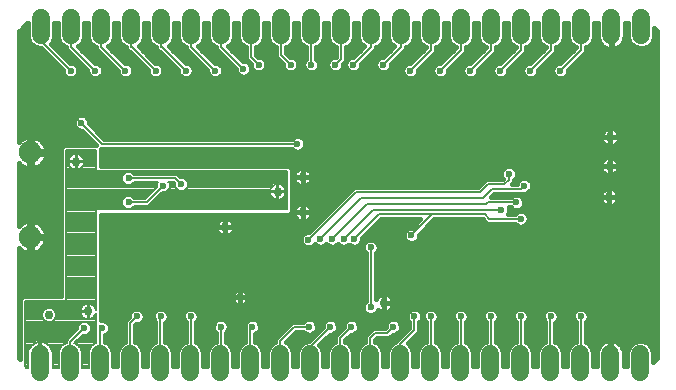
<source format=gbl>
G75*
%MOIN*%
%OFA0B0*%
%FSLAX25Y25*%
%IPPOS*%
%LPD*%
%AMOC8*
5,1,8,0,0,1.08239X$1,22.5*
%
%ADD10C,0.07480*%
%ADD11C,0.05906*%
%ADD12C,0.01600*%
%ADD13C,0.02953*%
%ADD14C,0.02362*%
%ADD15C,0.00700*%
%ADD16C,0.00591*%
D10*
X0014791Y0050030D03*
X0014791Y0078180D03*
D11*
X0018413Y0117255D02*
X0018413Y0123160D01*
X0028413Y0123160D02*
X0028413Y0117255D01*
X0038413Y0117255D02*
X0038413Y0123160D01*
X0048413Y0123160D02*
X0048413Y0117255D01*
X0058413Y0117255D02*
X0058413Y0123160D01*
X0068413Y0123160D02*
X0068413Y0117255D01*
X0078413Y0117255D02*
X0078413Y0123160D01*
X0088413Y0123160D02*
X0088413Y0117255D01*
X0098413Y0117255D02*
X0098413Y0123160D01*
X0108413Y0123160D02*
X0108413Y0117255D01*
X0118413Y0117255D02*
X0118413Y0123160D01*
X0128413Y0123160D02*
X0128413Y0117255D01*
X0138413Y0117255D02*
X0138413Y0123160D01*
X0148413Y0123160D02*
X0148413Y0117255D01*
X0158413Y0117255D02*
X0158413Y0123160D01*
X0168413Y0123160D02*
X0168413Y0117255D01*
X0178413Y0117255D02*
X0178413Y0123160D01*
X0188413Y0123160D02*
X0188413Y0117255D01*
X0198413Y0117255D02*
X0198413Y0123160D01*
X0208413Y0123160D02*
X0208413Y0117255D01*
X0218413Y0117255D02*
X0218413Y0123160D01*
X0218138Y0010956D02*
X0218138Y0005050D01*
X0208138Y0005050D02*
X0208138Y0010956D01*
X0198138Y0010956D02*
X0198138Y0005050D01*
X0188138Y0005050D02*
X0188138Y0010956D01*
X0178138Y0010956D02*
X0178138Y0005050D01*
X0168138Y0005050D02*
X0168138Y0010956D01*
X0158138Y0010956D02*
X0158138Y0005050D01*
X0148138Y0005050D02*
X0148138Y0010956D01*
X0138138Y0010956D02*
X0138138Y0005050D01*
X0128138Y0005050D02*
X0128138Y0010956D01*
X0118138Y0010956D02*
X0118138Y0005050D01*
X0108138Y0005050D02*
X0108138Y0010956D01*
X0098138Y0010956D02*
X0098138Y0005050D01*
X0088138Y0005050D02*
X0088138Y0010956D01*
X0078138Y0010956D02*
X0078138Y0005050D01*
X0068138Y0005050D02*
X0068138Y0010956D01*
X0058138Y0010956D02*
X0058138Y0005050D01*
X0048138Y0005050D02*
X0048138Y0010956D01*
X0038138Y0010956D02*
X0038138Y0005050D01*
X0028138Y0005050D02*
X0028138Y0010956D01*
X0018138Y0010956D02*
X0018138Y0005050D01*
D12*
X0011279Y0009314D02*
X0010867Y0009726D01*
X0010867Y0046420D01*
X0011320Y0045967D01*
X0011999Y0045474D01*
X0012746Y0045093D01*
X0013544Y0044834D01*
X0014361Y0044705D01*
X0014361Y0049600D01*
X0015221Y0049600D01*
X0015221Y0044705D01*
X0016039Y0044834D01*
X0016836Y0045093D01*
X0017583Y0045474D01*
X0018262Y0045967D01*
X0018855Y0046560D01*
X0019348Y0047238D01*
X0019728Y0047985D01*
X0019987Y0048783D01*
X0020117Y0049600D01*
X0015221Y0049600D01*
X0015221Y0050461D01*
X0014361Y0050461D01*
X0014361Y0055356D01*
X0013544Y0055227D01*
X0012746Y0054968D01*
X0011999Y0054587D01*
X0011320Y0054094D01*
X0010867Y0053640D01*
X0010867Y0074570D01*
X0011320Y0074116D01*
X0011999Y0073623D01*
X0012746Y0073243D01*
X0013544Y0072984D01*
X0014361Y0072854D01*
X0014361Y0077750D01*
X0015221Y0077750D01*
X0015221Y0078610D01*
X0014361Y0078610D01*
X0014361Y0083506D01*
X0013544Y0083376D01*
X0012746Y0083117D01*
X0011999Y0082736D01*
X0011320Y0082244D01*
X0010867Y0081790D01*
X0010867Y0118484D01*
X0013758Y0121376D01*
X0014070Y0121376D01*
X0014070Y0116391D01*
X0014731Y0114794D01*
X0015953Y0113573D01*
X0017549Y0112911D01*
X0018342Y0112911D01*
X0025700Y0105554D01*
X0025700Y0104932D01*
X0026091Y0103987D01*
X0026815Y0103264D01*
X0027760Y0102872D01*
X0028783Y0102872D01*
X0029728Y0103264D01*
X0030452Y0103987D01*
X0030843Y0104932D01*
X0030843Y0105955D01*
X0030452Y0106900D01*
X0029728Y0107624D01*
X0028783Y0108015D01*
X0028161Y0108015D01*
X0021739Y0114438D01*
X0022095Y0114794D01*
X0022756Y0116391D01*
X0022756Y0121376D01*
X0024070Y0121376D01*
X0024070Y0116391D01*
X0024731Y0114794D01*
X0025953Y0113573D01*
X0026673Y0113275D01*
X0026673Y0112719D01*
X0033838Y0105554D01*
X0033838Y0104932D01*
X0034229Y0103987D01*
X0034952Y0103264D01*
X0035898Y0102872D01*
X0036921Y0102872D01*
X0037866Y0103264D01*
X0038589Y0103987D01*
X0038981Y0104932D01*
X0038981Y0105955D01*
X0038589Y0106900D01*
X0037866Y0107624D01*
X0036921Y0108015D01*
X0036299Y0108015D01*
X0030780Y0113534D01*
X0030873Y0113573D01*
X0032095Y0114794D01*
X0032756Y0116391D01*
X0032756Y0121376D01*
X0034070Y0121376D01*
X0034070Y0116391D01*
X0034731Y0114794D01*
X0035953Y0113573D01*
X0036673Y0113275D01*
X0036673Y0112719D01*
X0043928Y0105463D01*
X0043928Y0104932D01*
X0044320Y0103987D01*
X0045043Y0103264D01*
X0045988Y0102872D01*
X0047011Y0102872D01*
X0047956Y0103264D01*
X0048680Y0103987D01*
X0049071Y0104932D01*
X0049071Y0105955D01*
X0048680Y0106900D01*
X0047956Y0107624D01*
X0047011Y0108015D01*
X0046299Y0108015D01*
X0040780Y0113534D01*
X0040873Y0113573D01*
X0042095Y0114794D01*
X0042756Y0116391D01*
X0042756Y0121376D01*
X0044070Y0121376D01*
X0044070Y0116391D01*
X0044731Y0114794D01*
X0045953Y0113573D01*
X0046673Y0113275D01*
X0046673Y0112719D01*
X0047692Y0111699D01*
X0047873Y0111699D01*
X0054019Y0105554D01*
X0054019Y0104932D01*
X0054410Y0103987D01*
X0055134Y0103264D01*
X0056079Y0102872D01*
X0057102Y0102872D01*
X0058047Y0103264D01*
X0058770Y0103987D01*
X0059162Y0104932D01*
X0059162Y0105955D01*
X0058770Y0106900D01*
X0058047Y0107624D01*
X0057102Y0108015D01*
X0056480Y0108015D01*
X0050898Y0113597D01*
X0052095Y0114794D01*
X0052756Y0116391D01*
X0052756Y0121376D01*
X0054070Y0121376D01*
X0054070Y0116391D01*
X0054731Y0114794D01*
X0055953Y0113573D01*
X0056673Y0113275D01*
X0056673Y0112719D01*
X0057692Y0111699D01*
X0057964Y0111699D01*
X0064109Y0105554D01*
X0064109Y0104932D01*
X0064501Y0103987D01*
X0065224Y0103264D01*
X0066169Y0102872D01*
X0067192Y0102872D01*
X0068138Y0103264D01*
X0068861Y0103987D01*
X0069252Y0104932D01*
X0069252Y0105955D01*
X0068861Y0106900D01*
X0068138Y0107624D01*
X0067192Y0108015D01*
X0066571Y0108015D01*
X0060943Y0113643D01*
X0062095Y0114794D01*
X0062756Y0116391D01*
X0062756Y0121376D01*
X0064070Y0121376D01*
X0064070Y0116391D01*
X0064731Y0114794D01*
X0065953Y0113573D01*
X0066673Y0113275D01*
X0066673Y0112719D01*
X0073838Y0105554D01*
X0073838Y0104932D01*
X0074229Y0103987D01*
X0074952Y0103264D01*
X0075898Y0102872D01*
X0076921Y0102872D01*
X0077866Y0103264D01*
X0078589Y0103987D01*
X0078981Y0104932D01*
X0078981Y0105955D01*
X0078589Y0106900D01*
X0077866Y0107624D01*
X0076921Y0108015D01*
X0076299Y0108015D01*
X0070780Y0113534D01*
X0070873Y0113573D01*
X0072095Y0114794D01*
X0072756Y0116391D01*
X0072756Y0121376D01*
X0074070Y0121376D01*
X0074070Y0116391D01*
X0074731Y0114794D01*
X0075953Y0113573D01*
X0076673Y0113275D01*
X0076673Y0112719D01*
X0083231Y0106160D01*
X0083231Y0105538D01*
X0083623Y0104593D01*
X0084346Y0103870D01*
X0085291Y0103478D01*
X0086314Y0103478D01*
X0087260Y0103870D01*
X0087983Y0104593D01*
X0088375Y0105538D01*
X0088375Y0106562D01*
X0087983Y0107507D01*
X0087260Y0108230D01*
X0086314Y0108622D01*
X0085693Y0108622D01*
X0080780Y0113534D01*
X0080873Y0113573D01*
X0082095Y0114794D01*
X0082756Y0116391D01*
X0082756Y0121376D01*
X0084070Y0121376D01*
X0084070Y0116391D01*
X0084731Y0114794D01*
X0085953Y0113573D01*
X0086673Y0113275D01*
X0086673Y0109191D01*
X0088341Y0107522D01*
X0088341Y0106901D01*
X0088733Y0105955D01*
X0089456Y0105232D01*
X0090402Y0104841D01*
X0091425Y0104841D01*
X0092370Y0105232D01*
X0093093Y0105955D01*
X0093485Y0106901D01*
X0093485Y0107924D01*
X0093093Y0108869D01*
X0092370Y0109592D01*
X0091425Y0109984D01*
X0090803Y0109984D01*
X0090154Y0110633D01*
X0090154Y0113275D01*
X0090873Y0113573D01*
X0092095Y0114794D01*
X0092756Y0116391D01*
X0092756Y0121376D01*
X0094070Y0121376D01*
X0094070Y0116391D01*
X0094731Y0114794D01*
X0095953Y0113573D01*
X0096673Y0113275D01*
X0096673Y0109880D01*
X0099030Y0107522D01*
X0099030Y0106901D01*
X0099422Y0105955D01*
X0100145Y0105232D01*
X0101091Y0104841D01*
X0102114Y0104841D01*
X0103059Y0105232D01*
X0103782Y0105955D01*
X0104174Y0106901D01*
X0104174Y0107924D01*
X0103782Y0108869D01*
X0103059Y0109592D01*
X0102114Y0109984D01*
X0101492Y0109984D01*
X0100154Y0111322D01*
X0100154Y0113275D01*
X0100873Y0113573D01*
X0102095Y0114794D01*
X0102756Y0116391D01*
X0102756Y0121376D01*
X0104070Y0121376D01*
X0104070Y0116391D01*
X0104731Y0114794D01*
X0105953Y0113573D01*
X0106673Y0113275D01*
X0106673Y0109309D01*
X0106233Y0108869D01*
X0105841Y0107924D01*
X0105841Y0106901D01*
X0106233Y0105955D01*
X0106956Y0105232D01*
X0107902Y0104841D01*
X0108925Y0104841D01*
X0109870Y0105232D01*
X0110593Y0105955D01*
X0110985Y0106901D01*
X0110985Y0107924D01*
X0110593Y0108869D01*
X0110154Y0109309D01*
X0110154Y0113275D01*
X0110873Y0113573D01*
X0112095Y0114794D01*
X0112756Y0116391D01*
X0112756Y0121376D01*
X0114070Y0121376D01*
X0114070Y0116391D01*
X0114731Y0114794D01*
X0115953Y0113573D01*
X0116673Y0113275D01*
X0116673Y0110133D01*
X0116523Y0109984D01*
X0115902Y0109984D01*
X0114956Y0109592D01*
X0114233Y0108869D01*
X0113841Y0107924D01*
X0113841Y0106901D01*
X0114233Y0105955D01*
X0114956Y0105232D01*
X0115902Y0104841D01*
X0116925Y0104841D01*
X0117870Y0105232D01*
X0118593Y0105955D01*
X0118985Y0106901D01*
X0118985Y0107522D01*
X0120154Y0108691D01*
X0120154Y0113275D01*
X0120873Y0113573D01*
X0122095Y0114794D01*
X0122756Y0116391D01*
X0122756Y0121376D01*
X0124070Y0121376D01*
X0124070Y0116391D01*
X0124731Y0114794D01*
X0125953Y0113573D01*
X0126065Y0113526D01*
X0122523Y0109984D01*
X0121902Y0109984D01*
X0120956Y0109592D01*
X0120233Y0108869D01*
X0119841Y0107924D01*
X0119841Y0106901D01*
X0120233Y0105955D01*
X0120956Y0105232D01*
X0121902Y0104841D01*
X0122925Y0104841D01*
X0123870Y0105232D01*
X0124593Y0105955D01*
X0124985Y0106901D01*
X0124985Y0107522D01*
X0129134Y0111672D01*
X0130154Y0112691D01*
X0130154Y0113275D01*
X0130873Y0113573D01*
X0132095Y0114794D01*
X0132756Y0116391D01*
X0132756Y0121376D01*
X0134070Y0121376D01*
X0134070Y0116391D01*
X0134731Y0114794D01*
X0135953Y0113573D01*
X0136065Y0113526D01*
X0132523Y0109984D01*
X0131902Y0109984D01*
X0130956Y0109592D01*
X0130233Y0108869D01*
X0129841Y0107924D01*
X0129841Y0106901D01*
X0130233Y0105955D01*
X0130956Y0105232D01*
X0131902Y0104841D01*
X0132925Y0104841D01*
X0133870Y0105232D01*
X0134593Y0105955D01*
X0134985Y0106901D01*
X0134985Y0107522D01*
X0139134Y0111672D01*
X0140154Y0112691D01*
X0140154Y0113275D01*
X0140873Y0113573D01*
X0142095Y0114794D01*
X0142756Y0116391D01*
X0142756Y0121376D01*
X0144070Y0121376D01*
X0144070Y0116391D01*
X0144731Y0114794D01*
X0145953Y0113573D01*
X0146673Y0113275D01*
X0146673Y0113165D01*
X0141523Y0108015D01*
X0140902Y0108015D01*
X0139956Y0107624D01*
X0139233Y0106900D01*
X0138841Y0105955D01*
X0138841Y0104932D01*
X0139233Y0103987D01*
X0139956Y0103264D01*
X0140902Y0102872D01*
X0141925Y0102872D01*
X0142870Y0103264D01*
X0143593Y0103987D01*
X0143985Y0104932D01*
X0143985Y0105554D01*
X0150154Y0111723D01*
X0150154Y0113275D01*
X0150873Y0113573D01*
X0152095Y0114794D01*
X0152756Y0116391D01*
X0152756Y0121376D01*
X0154070Y0121376D01*
X0154070Y0116391D01*
X0154731Y0114794D01*
X0155953Y0113573D01*
X0156673Y0113275D01*
X0156673Y0113165D01*
X0151523Y0108015D01*
X0150902Y0108015D01*
X0149956Y0107624D01*
X0149233Y0106900D01*
X0148841Y0105955D01*
X0148841Y0104932D01*
X0149233Y0103987D01*
X0149956Y0103264D01*
X0150902Y0102872D01*
X0151925Y0102872D01*
X0152870Y0103264D01*
X0153593Y0103987D01*
X0153985Y0104932D01*
X0153985Y0105554D01*
X0160154Y0111723D01*
X0160154Y0113275D01*
X0160873Y0113573D01*
X0162095Y0114794D01*
X0162756Y0116391D01*
X0162756Y0121376D01*
X0164070Y0121376D01*
X0164070Y0116391D01*
X0164731Y0114794D01*
X0165953Y0113573D01*
X0166673Y0113275D01*
X0166673Y0113165D01*
X0161523Y0108015D01*
X0160902Y0108015D01*
X0159956Y0107624D01*
X0159233Y0106900D01*
X0158841Y0105955D01*
X0158841Y0104932D01*
X0159233Y0103987D01*
X0159956Y0103264D01*
X0160902Y0102872D01*
X0161925Y0102872D01*
X0162870Y0103264D01*
X0163593Y0103987D01*
X0163985Y0104932D01*
X0163985Y0105554D01*
X0170154Y0111723D01*
X0170154Y0113275D01*
X0170873Y0113573D01*
X0172095Y0114794D01*
X0172756Y0116391D01*
X0172756Y0121376D01*
X0174070Y0121376D01*
X0174070Y0116391D01*
X0174731Y0114794D01*
X0175953Y0113573D01*
X0176673Y0113275D01*
X0176673Y0113165D01*
X0171523Y0108015D01*
X0170902Y0108015D01*
X0169956Y0107624D01*
X0169233Y0106900D01*
X0168841Y0105955D01*
X0168841Y0104932D01*
X0169233Y0103987D01*
X0169956Y0103264D01*
X0170902Y0102872D01*
X0171925Y0102872D01*
X0172870Y0103264D01*
X0173593Y0103987D01*
X0173985Y0104932D01*
X0173985Y0105554D01*
X0180154Y0111723D01*
X0180154Y0113275D01*
X0180873Y0113573D01*
X0182095Y0114794D01*
X0182756Y0116391D01*
X0182756Y0121376D01*
X0184070Y0121376D01*
X0184070Y0116391D01*
X0184731Y0114794D01*
X0185953Y0113573D01*
X0186673Y0113275D01*
X0186673Y0113165D01*
X0181523Y0108015D01*
X0180902Y0108015D01*
X0179956Y0107624D01*
X0179233Y0106900D01*
X0178841Y0105955D01*
X0178841Y0104932D01*
X0179233Y0103987D01*
X0179956Y0103264D01*
X0180902Y0102872D01*
X0181925Y0102872D01*
X0182870Y0103264D01*
X0183593Y0103987D01*
X0183985Y0104932D01*
X0183985Y0105554D01*
X0190154Y0111723D01*
X0190154Y0113275D01*
X0190873Y0113573D01*
X0192095Y0114794D01*
X0192756Y0116391D01*
X0192756Y0121376D01*
X0194070Y0121376D01*
X0194070Y0116391D01*
X0194731Y0114794D01*
X0195953Y0113573D01*
X0196673Y0113275D01*
X0196673Y0113165D01*
X0191523Y0108015D01*
X0190902Y0108015D01*
X0189956Y0107624D01*
X0189233Y0106900D01*
X0188841Y0105955D01*
X0188841Y0104932D01*
X0189233Y0103987D01*
X0189956Y0103264D01*
X0190902Y0102872D01*
X0191925Y0102872D01*
X0192870Y0103264D01*
X0193593Y0103987D01*
X0193985Y0104932D01*
X0193985Y0105554D01*
X0200154Y0111723D01*
X0200154Y0113275D01*
X0200873Y0113573D01*
X0202095Y0114794D01*
X0202756Y0116391D01*
X0202756Y0121376D01*
X0203873Y0121376D01*
X0203873Y0116897D01*
X0203985Y0116192D01*
X0204206Y0115512D01*
X0204530Y0114875D01*
X0204950Y0114297D01*
X0205455Y0113792D01*
X0206034Y0113372D01*
X0206670Y0113047D01*
X0207350Y0112826D01*
X0208056Y0112715D01*
X0208229Y0112715D01*
X0208229Y0121376D01*
X0208597Y0121376D01*
X0208597Y0112715D01*
X0208770Y0112715D01*
X0209476Y0112826D01*
X0210156Y0113047D01*
X0210793Y0113372D01*
X0211371Y0113792D01*
X0211876Y0114297D01*
X0212296Y0114875D01*
X0212621Y0115512D01*
X0212841Y0116192D01*
X0212953Y0116897D01*
X0212953Y0121376D01*
X0214070Y0121376D01*
X0214070Y0116391D01*
X0214731Y0114794D01*
X0215953Y0113573D01*
X0217549Y0112911D01*
X0219277Y0112911D01*
X0220873Y0113573D01*
X0222095Y0114794D01*
X0222756Y0116391D01*
X0222756Y0119561D01*
X0223834Y0118484D01*
X0223834Y0009726D01*
X0222481Y0008373D01*
X0222481Y0011819D01*
X0221820Y0013416D01*
X0220598Y0014638D01*
X0219001Y0015299D01*
X0217274Y0015299D01*
X0215677Y0014638D01*
X0214455Y0013416D01*
X0213794Y0011819D01*
X0213794Y0006834D01*
X0212678Y0006834D01*
X0212678Y0011313D01*
X0212566Y0012019D01*
X0212345Y0012698D01*
X0212021Y0013335D01*
X0211601Y0013913D01*
X0211095Y0014419D01*
X0210517Y0014839D01*
X0209880Y0015163D01*
X0209201Y0015384D01*
X0208495Y0015496D01*
X0208322Y0015496D01*
X0208322Y0006834D01*
X0207953Y0006834D01*
X0207953Y0015496D01*
X0207780Y0015496D01*
X0207074Y0015384D01*
X0206395Y0015163D01*
X0205758Y0014839D01*
X0205180Y0014419D01*
X0204674Y0013913D01*
X0204254Y0013335D01*
X0203930Y0012698D01*
X0203709Y0012019D01*
X0203597Y0011313D01*
X0203597Y0006834D01*
X0202481Y0006834D01*
X0202481Y0011819D01*
X0201820Y0013416D01*
X0200598Y0014638D01*
X0199989Y0014890D01*
X0199989Y0021599D01*
X0200483Y0022093D01*
X0200875Y0023038D01*
X0200875Y0024062D01*
X0200483Y0025007D01*
X0199760Y0025730D01*
X0198814Y0026122D01*
X0197791Y0026122D01*
X0196846Y0025730D01*
X0196123Y0025007D01*
X0195731Y0024062D01*
X0195731Y0023038D01*
X0196123Y0022093D01*
X0196617Y0021599D01*
X0196617Y0015027D01*
X0195677Y0014638D01*
X0194455Y0013416D01*
X0193794Y0011819D01*
X0193794Y0006834D01*
X0192481Y0006834D01*
X0192481Y0011819D01*
X0191820Y0013416D01*
X0190598Y0014638D01*
X0189823Y0014958D01*
X0189823Y0021434D01*
X0190483Y0022093D01*
X0190875Y0023038D01*
X0190875Y0024062D01*
X0190483Y0025007D01*
X0189760Y0025730D01*
X0188814Y0026122D01*
X0187791Y0026122D01*
X0186846Y0025730D01*
X0186123Y0025007D01*
X0185731Y0024062D01*
X0185731Y0023038D01*
X0186123Y0022093D01*
X0186452Y0021764D01*
X0186452Y0014958D01*
X0185677Y0014638D01*
X0184455Y0013416D01*
X0183794Y0011819D01*
X0183794Y0006834D01*
X0182481Y0006834D01*
X0182481Y0011819D01*
X0181820Y0013416D01*
X0180598Y0014638D01*
X0179989Y0014890D01*
X0179989Y0021599D01*
X0180483Y0022093D01*
X0180875Y0023038D01*
X0180875Y0024062D01*
X0180483Y0025007D01*
X0179760Y0025730D01*
X0178814Y0026122D01*
X0177791Y0026122D01*
X0176846Y0025730D01*
X0176123Y0025007D01*
X0175731Y0024062D01*
X0175731Y0023038D01*
X0176123Y0022093D01*
X0176617Y0021599D01*
X0176617Y0015027D01*
X0175677Y0014638D01*
X0174455Y0013416D01*
X0173794Y0011819D01*
X0173794Y0006834D01*
X0172481Y0006834D01*
X0172481Y0011819D01*
X0171820Y0013416D01*
X0170598Y0014638D01*
X0169989Y0014890D01*
X0169989Y0021599D01*
X0170483Y0022093D01*
X0170875Y0023038D01*
X0170875Y0024062D01*
X0170483Y0025007D01*
X0169760Y0025730D01*
X0168814Y0026122D01*
X0167791Y0026122D01*
X0166846Y0025730D01*
X0166123Y0025007D01*
X0165731Y0024062D01*
X0165731Y0023038D01*
X0166123Y0022093D01*
X0166617Y0021599D01*
X0166617Y0015027D01*
X0165677Y0014638D01*
X0164455Y0013416D01*
X0163794Y0011819D01*
X0163794Y0006834D01*
X0162481Y0006834D01*
X0162481Y0011819D01*
X0161820Y0013416D01*
X0160598Y0014638D01*
X0159989Y0014890D01*
X0159989Y0021599D01*
X0160483Y0022093D01*
X0160875Y0023038D01*
X0160875Y0024062D01*
X0160483Y0025007D01*
X0159760Y0025730D01*
X0158814Y0026122D01*
X0157791Y0026122D01*
X0156846Y0025730D01*
X0156123Y0025007D01*
X0155731Y0024062D01*
X0155731Y0023038D01*
X0156123Y0022093D01*
X0156617Y0021599D01*
X0156617Y0015027D01*
X0155677Y0014638D01*
X0154455Y0013416D01*
X0153794Y0011819D01*
X0153794Y0006834D01*
X0152481Y0006834D01*
X0152481Y0011819D01*
X0151820Y0013416D01*
X0150598Y0014638D01*
X0149989Y0014890D01*
X0149989Y0021599D01*
X0150483Y0022093D01*
X0150875Y0023038D01*
X0150875Y0024062D01*
X0150483Y0025007D01*
X0149760Y0025730D01*
X0148814Y0026122D01*
X0147791Y0026122D01*
X0146846Y0025730D01*
X0146123Y0025007D01*
X0145731Y0024062D01*
X0145731Y0023038D01*
X0146123Y0022093D01*
X0146617Y0021599D01*
X0146617Y0015027D01*
X0145677Y0014638D01*
X0144455Y0013416D01*
X0143794Y0011819D01*
X0143794Y0006834D01*
X0142481Y0006834D01*
X0142481Y0011819D01*
X0141820Y0013416D01*
X0140686Y0014549D01*
X0143501Y0017364D01*
X0144489Y0018352D01*
X0144489Y0021599D01*
X0144983Y0022093D01*
X0145375Y0023038D01*
X0145375Y0024062D01*
X0144983Y0025007D01*
X0144260Y0025730D01*
X0143314Y0026122D01*
X0142291Y0026122D01*
X0141346Y0025730D01*
X0140623Y0025007D01*
X0140231Y0024062D01*
X0140231Y0023038D01*
X0140623Y0022093D01*
X0141117Y0021599D01*
X0141117Y0019748D01*
X0137439Y0016070D01*
X0136452Y0015083D01*
X0136452Y0014958D01*
X0135677Y0014638D01*
X0134455Y0013416D01*
X0133794Y0011819D01*
X0133794Y0006834D01*
X0132481Y0006834D01*
X0132481Y0011819D01*
X0131820Y0013416D01*
X0130598Y0014638D01*
X0129823Y0014958D01*
X0129823Y0015686D01*
X0130501Y0016364D01*
X0134501Y0016364D01*
X0135615Y0017478D01*
X0136314Y0017478D01*
X0137260Y0017870D01*
X0137983Y0018593D01*
X0138375Y0019538D01*
X0138375Y0020562D01*
X0137983Y0021507D01*
X0137260Y0022230D01*
X0136314Y0022622D01*
X0135291Y0022622D01*
X0134346Y0022230D01*
X0133623Y0021507D01*
X0133231Y0020562D01*
X0133231Y0019862D01*
X0133105Y0019736D01*
X0129105Y0019736D01*
X0128117Y0018748D01*
X0127439Y0018070D01*
X0126452Y0017083D01*
X0126452Y0014958D01*
X0125677Y0014638D01*
X0124455Y0013416D01*
X0123794Y0011819D01*
X0123794Y0006834D01*
X0122481Y0006834D01*
X0122481Y0011819D01*
X0121820Y0013416D01*
X0120598Y0014638D01*
X0119823Y0014958D01*
X0119823Y0015686D01*
X0121615Y0017478D01*
X0122314Y0017478D01*
X0123260Y0017870D01*
X0123983Y0018593D01*
X0124375Y0019538D01*
X0124375Y0020562D01*
X0123983Y0021507D01*
X0123260Y0022230D01*
X0122314Y0022622D01*
X0121291Y0022622D01*
X0120346Y0022230D01*
X0119623Y0021507D01*
X0119231Y0020562D01*
X0119231Y0019862D01*
X0117439Y0018070D01*
X0116452Y0017083D01*
X0116452Y0014958D01*
X0115677Y0014638D01*
X0114455Y0013416D01*
X0113794Y0011819D01*
X0113794Y0006834D01*
X0112481Y0006834D01*
X0112481Y0011819D01*
X0111820Y0013416D01*
X0111186Y0014049D01*
X0114615Y0017478D01*
X0115314Y0017478D01*
X0116260Y0017870D01*
X0116983Y0018593D01*
X0117375Y0019538D01*
X0117375Y0020562D01*
X0116983Y0021507D01*
X0116260Y0022230D01*
X0115314Y0022622D01*
X0114291Y0022622D01*
X0113346Y0022230D01*
X0112623Y0021507D01*
X0112231Y0020562D01*
X0112231Y0019862D01*
X0107668Y0015299D01*
X0107274Y0015299D01*
X0105677Y0014638D01*
X0104455Y0013416D01*
X0103794Y0011819D01*
X0103794Y0006834D01*
X0102481Y0006834D01*
X0102481Y0011819D01*
X0101820Y0013416D01*
X0100598Y0014638D01*
X0100016Y0014879D01*
X0103501Y0018364D01*
X0105852Y0018364D01*
X0106346Y0017870D01*
X0107291Y0017478D01*
X0108314Y0017478D01*
X0109260Y0017870D01*
X0109983Y0018593D01*
X0110375Y0019538D01*
X0110375Y0020562D01*
X0109983Y0021507D01*
X0109260Y0022230D01*
X0108314Y0022622D01*
X0107291Y0022622D01*
X0106346Y0022230D01*
X0105852Y0021736D01*
X0102105Y0021736D01*
X0101117Y0020748D01*
X0096452Y0016083D01*
X0096452Y0014958D01*
X0095677Y0014638D01*
X0094455Y0013416D01*
X0093794Y0011819D01*
X0093794Y0006834D01*
X0092481Y0006834D01*
X0092481Y0011819D01*
X0091820Y0013416D01*
X0090598Y0014638D01*
X0089823Y0014958D01*
X0089823Y0017689D01*
X0090260Y0017870D01*
X0090983Y0018593D01*
X0091375Y0019538D01*
X0091375Y0020562D01*
X0090983Y0021507D01*
X0090260Y0022230D01*
X0089314Y0022622D01*
X0088291Y0022622D01*
X0087346Y0022230D01*
X0086623Y0021507D01*
X0086231Y0020562D01*
X0086231Y0019538D01*
X0086452Y0019006D01*
X0086452Y0014958D01*
X0085677Y0014638D01*
X0084455Y0013416D01*
X0083794Y0011819D01*
X0083794Y0006834D01*
X0082481Y0006834D01*
X0082481Y0011819D01*
X0081820Y0013416D01*
X0080598Y0014638D01*
X0079989Y0014890D01*
X0079989Y0018099D01*
X0080483Y0018593D01*
X0080875Y0019538D01*
X0080875Y0020562D01*
X0080483Y0021507D01*
X0079760Y0022230D01*
X0078814Y0022622D01*
X0077791Y0022622D01*
X0076846Y0022230D01*
X0076123Y0021507D01*
X0075731Y0020562D01*
X0075731Y0019538D01*
X0076123Y0018593D01*
X0076617Y0018099D01*
X0076617Y0015027D01*
X0075677Y0014638D01*
X0074455Y0013416D01*
X0073794Y0011819D01*
X0073794Y0006834D01*
X0072481Y0006834D01*
X0072481Y0011819D01*
X0071820Y0013416D01*
X0070598Y0014638D01*
X0069989Y0014890D01*
X0069989Y0021599D01*
X0070483Y0022093D01*
X0070875Y0023038D01*
X0070875Y0024062D01*
X0070483Y0025007D01*
X0069760Y0025730D01*
X0068814Y0026122D01*
X0067791Y0026122D01*
X0066846Y0025730D01*
X0066123Y0025007D01*
X0065731Y0024062D01*
X0065731Y0023038D01*
X0066123Y0022093D01*
X0066617Y0021599D01*
X0066617Y0015027D01*
X0065677Y0014638D01*
X0064455Y0013416D01*
X0063794Y0011819D01*
X0063794Y0006834D01*
X0062481Y0006834D01*
X0062481Y0011819D01*
X0061820Y0013416D01*
X0060598Y0014638D01*
X0059823Y0014958D01*
X0059823Y0021434D01*
X0060483Y0022093D01*
X0060875Y0023038D01*
X0060875Y0024062D01*
X0060483Y0025007D01*
X0059760Y0025730D01*
X0058814Y0026122D01*
X0057791Y0026122D01*
X0056846Y0025730D01*
X0056123Y0025007D01*
X0055731Y0024062D01*
X0055731Y0023038D01*
X0056123Y0022093D01*
X0056452Y0021764D01*
X0056452Y0014958D01*
X0055677Y0014638D01*
X0054455Y0013416D01*
X0053794Y0011819D01*
X0053794Y0006834D01*
X0052481Y0006834D01*
X0052481Y0011819D01*
X0051820Y0013416D01*
X0050598Y0014638D01*
X0049823Y0014958D01*
X0049823Y0020686D01*
X0050115Y0020978D01*
X0050814Y0020978D01*
X0051760Y0021370D01*
X0052483Y0022093D01*
X0052875Y0023038D01*
X0052875Y0024062D01*
X0052483Y0025007D01*
X0051760Y0025730D01*
X0050814Y0026122D01*
X0049791Y0026122D01*
X0048846Y0025730D01*
X0048123Y0025007D01*
X0047731Y0024062D01*
X0047731Y0023362D01*
X0047439Y0023070D01*
X0046452Y0022083D01*
X0046452Y0014958D01*
X0045677Y0014638D01*
X0044455Y0013416D01*
X0043794Y0011819D01*
X0043794Y0006834D01*
X0042481Y0006834D01*
X0042481Y0011819D01*
X0041820Y0013416D01*
X0040598Y0014638D01*
X0039823Y0014958D01*
X0039823Y0017252D01*
X0040260Y0017433D01*
X0040983Y0018156D01*
X0041375Y0019101D01*
X0041375Y0020125D01*
X0040983Y0021070D01*
X0040260Y0021793D01*
X0039314Y0022185D01*
X0038382Y0022185D01*
X0038382Y0057443D01*
X0101024Y0057443D01*
X0102043Y0058463D01*
X0102043Y0072700D01*
X0101024Y0073720D01*
X0038382Y0073720D01*
X0038382Y0079364D01*
X0042090Y0079364D01*
X0042145Y0079309D01*
X0101907Y0079309D01*
X0102346Y0078870D01*
X0103291Y0078478D01*
X0104314Y0078478D01*
X0105260Y0078870D01*
X0105983Y0079593D01*
X0106375Y0080538D01*
X0106375Y0081562D01*
X0105983Y0082507D01*
X0105260Y0083230D01*
X0104314Y0083622D01*
X0103291Y0083622D01*
X0102346Y0083230D01*
X0101907Y0082791D01*
X0042145Y0082791D01*
X0042090Y0082736D01*
X0039489Y0082736D01*
X0034394Y0087831D01*
X0034394Y0088530D01*
X0034003Y0089475D01*
X0033279Y0090199D01*
X0032334Y0090590D01*
X0031311Y0090590D01*
X0030366Y0090199D01*
X0029642Y0089475D01*
X0029251Y0088530D01*
X0029251Y0087507D01*
X0029642Y0086562D01*
X0030366Y0085838D01*
X0031311Y0085447D01*
X0032010Y0085447D01*
X0036848Y0080609D01*
X0026078Y0080609D01*
X0025058Y0079590D01*
X0025058Y0030413D01*
X0012298Y0030413D01*
X0011279Y0029393D01*
X0011279Y0009314D01*
X0011279Y0009846D02*
X0010867Y0009846D01*
X0010867Y0011444D02*
X0011279Y0011444D01*
X0011279Y0013043D02*
X0010867Y0013043D01*
X0010867Y0014641D02*
X0011279Y0014641D01*
X0011279Y0016240D02*
X0010867Y0016240D01*
X0010867Y0017838D02*
X0011279Y0017838D01*
X0011279Y0019437D02*
X0010867Y0019437D01*
X0010867Y0021035D02*
X0011279Y0021035D01*
X0011279Y0022634D02*
X0010867Y0022634D01*
X0010867Y0024232D02*
X0011279Y0024232D01*
X0011279Y0025831D02*
X0010867Y0025831D01*
X0010867Y0027429D02*
X0011279Y0027429D01*
X0011279Y0029028D02*
X0010867Y0029028D01*
X0010867Y0030626D02*
X0025058Y0030626D01*
X0025058Y0032225D02*
X0010867Y0032225D01*
X0010867Y0033823D02*
X0025058Y0033823D01*
X0025058Y0035422D02*
X0010867Y0035422D01*
X0010867Y0037020D02*
X0025058Y0037020D01*
X0025058Y0038619D02*
X0010867Y0038619D01*
X0010867Y0040217D02*
X0025058Y0040217D01*
X0025058Y0041816D02*
X0010867Y0041816D01*
X0010867Y0043414D02*
X0025058Y0043414D01*
X0025058Y0045013D02*
X0016589Y0045013D01*
X0015221Y0045013D02*
X0014361Y0045013D01*
X0012993Y0045013D02*
X0010867Y0045013D01*
X0014361Y0046611D02*
X0015221Y0046611D01*
X0015221Y0048210D02*
X0014361Y0048210D01*
X0015221Y0049808D02*
X0025058Y0049808D01*
X0025058Y0048210D02*
X0019801Y0048210D01*
X0018892Y0046611D02*
X0025058Y0046611D01*
X0020117Y0050461D02*
X0019987Y0051278D01*
X0019728Y0052075D01*
X0019348Y0052823D01*
X0018855Y0053501D01*
X0018262Y0054094D01*
X0017583Y0054587D01*
X0016836Y0054968D01*
X0016039Y0055227D01*
X0015221Y0055356D01*
X0015221Y0050461D01*
X0020117Y0050461D01*
X0019946Y0051407D02*
X0025058Y0051407D01*
X0025058Y0053005D02*
X0019215Y0053005D01*
X0017550Y0054604D02*
X0025058Y0054604D01*
X0025058Y0056202D02*
X0010867Y0056202D01*
X0010867Y0054604D02*
X0012032Y0054604D01*
X0014361Y0054604D02*
X0015221Y0054604D01*
X0015221Y0053005D02*
X0014361Y0053005D01*
X0014361Y0051407D02*
X0015221Y0051407D01*
X0010867Y0057801D02*
X0025058Y0057801D01*
X0025058Y0059399D02*
X0010867Y0059399D01*
X0010867Y0060998D02*
X0025058Y0060998D01*
X0025058Y0062596D02*
X0010867Y0062596D01*
X0010867Y0064195D02*
X0025058Y0064195D01*
X0025058Y0065793D02*
X0010867Y0065793D01*
X0010867Y0067392D02*
X0025058Y0067392D01*
X0025058Y0068990D02*
X0010867Y0068990D01*
X0010867Y0070589D02*
X0025058Y0070589D01*
X0025058Y0072187D02*
X0010867Y0072187D01*
X0010867Y0073786D02*
X0011775Y0073786D01*
X0014361Y0073786D02*
X0015221Y0073786D01*
X0015221Y0072854D02*
X0016039Y0072984D01*
X0016836Y0073243D01*
X0017583Y0073623D01*
X0018262Y0074116D01*
X0018855Y0074709D01*
X0019348Y0075388D01*
X0019728Y0076135D01*
X0019987Y0076932D01*
X0020117Y0077750D01*
X0015221Y0077750D01*
X0015221Y0072854D01*
X0017807Y0073786D02*
X0025058Y0073786D01*
X0025058Y0075384D02*
X0019345Y0075384D01*
X0019995Y0076983D02*
X0025058Y0076983D01*
X0025058Y0078582D02*
X0015221Y0078582D01*
X0015221Y0078610D02*
X0020117Y0078610D01*
X0019987Y0079427D01*
X0019728Y0080225D01*
X0019348Y0080972D01*
X0018855Y0081651D01*
X0018262Y0082244D01*
X0017583Y0082736D01*
X0016836Y0083117D01*
X0016039Y0083376D01*
X0015221Y0083506D01*
X0015221Y0078610D01*
X0015221Y0080180D02*
X0014361Y0080180D01*
X0014361Y0081779D02*
X0015221Y0081779D01*
X0018727Y0081779D02*
X0035678Y0081779D01*
X0034080Y0083377D02*
X0016034Y0083377D01*
X0015221Y0083377D02*
X0014361Y0083377D01*
X0013548Y0083377D02*
X0010867Y0083377D01*
X0010867Y0084976D02*
X0032481Y0084976D01*
X0029637Y0086574D02*
X0010867Y0086574D01*
X0010867Y0088173D02*
X0029251Y0088173D01*
X0029938Y0089771D02*
X0010867Y0089771D01*
X0010867Y0091370D02*
X0223834Y0091370D01*
X0223834Y0092968D02*
X0010867Y0092968D01*
X0010867Y0094567D02*
X0223834Y0094567D01*
X0223834Y0096165D02*
X0010867Y0096165D01*
X0010867Y0097764D02*
X0223834Y0097764D01*
X0223834Y0099362D02*
X0010867Y0099362D01*
X0010867Y0100961D02*
X0223834Y0100961D01*
X0223834Y0102559D02*
X0010867Y0102559D01*
X0010867Y0104158D02*
X0026020Y0104158D01*
X0025497Y0105756D02*
X0010867Y0105756D01*
X0010867Y0107355D02*
X0023899Y0107355D01*
X0022300Y0108953D02*
X0010867Y0108953D01*
X0010867Y0110552D02*
X0020702Y0110552D01*
X0019103Y0112150D02*
X0010867Y0112150D01*
X0010867Y0113749D02*
X0015777Y0113749D01*
X0014502Y0115347D02*
X0010867Y0115347D01*
X0010867Y0116946D02*
X0014070Y0116946D01*
X0014070Y0118544D02*
X0010927Y0118544D01*
X0012525Y0120143D02*
X0014070Y0120143D01*
X0022756Y0120143D02*
X0024070Y0120143D01*
X0024070Y0118544D02*
X0022756Y0118544D01*
X0022756Y0116946D02*
X0024070Y0116946D01*
X0024502Y0115347D02*
X0022324Y0115347D01*
X0022428Y0113749D02*
X0025777Y0113749D01*
X0027241Y0112150D02*
X0024026Y0112150D01*
X0025625Y0110552D02*
X0028840Y0110552D01*
X0032164Y0112150D02*
X0037241Y0112150D01*
X0035777Y0113749D02*
X0031049Y0113749D01*
X0032324Y0115347D02*
X0034502Y0115347D01*
X0034070Y0116946D02*
X0032756Y0116946D01*
X0032756Y0118544D02*
X0034070Y0118544D01*
X0034070Y0120143D02*
X0032756Y0120143D01*
X0042324Y0115347D02*
X0044502Y0115347D01*
X0045777Y0113749D02*
X0041049Y0113749D01*
X0042164Y0112150D02*
X0047241Y0112150D01*
X0049021Y0110552D02*
X0043763Y0110552D01*
X0045361Y0108953D02*
X0050619Y0108953D01*
X0052218Y0107355D02*
X0048226Y0107355D01*
X0049071Y0105756D02*
X0053816Y0105756D01*
X0054339Y0104158D02*
X0048751Y0104158D01*
X0044249Y0104158D02*
X0038660Y0104158D01*
X0038981Y0105756D02*
X0043635Y0105756D01*
X0042037Y0107355D02*
X0038135Y0107355D01*
X0040438Y0108953D02*
X0035361Y0108953D01*
X0033763Y0110552D02*
X0038840Y0110552D01*
X0032037Y0107355D02*
X0029997Y0107355D01*
X0030438Y0108953D02*
X0027223Y0108953D01*
X0030843Y0105756D02*
X0033635Y0105756D01*
X0034158Y0104158D02*
X0030522Y0104158D01*
X0051049Y0113749D02*
X0055777Y0113749D01*
X0054502Y0115347D02*
X0052324Y0115347D01*
X0052756Y0116946D02*
X0054070Y0116946D01*
X0054070Y0118544D02*
X0052756Y0118544D01*
X0052756Y0120143D02*
X0054070Y0120143D01*
X0062756Y0120143D02*
X0064070Y0120143D01*
X0064070Y0118544D02*
X0062756Y0118544D01*
X0062756Y0116946D02*
X0064070Y0116946D01*
X0064502Y0115347D02*
X0062324Y0115347D01*
X0061049Y0113749D02*
X0065777Y0113749D01*
X0067241Y0112150D02*
X0062436Y0112150D01*
X0064034Y0110552D02*
X0068840Y0110552D01*
X0072164Y0112150D02*
X0077241Y0112150D01*
X0075777Y0113749D02*
X0071049Y0113749D01*
X0072324Y0115347D02*
X0074502Y0115347D01*
X0074070Y0116946D02*
X0072756Y0116946D01*
X0072756Y0118544D02*
X0074070Y0118544D01*
X0074070Y0120143D02*
X0072756Y0120143D01*
X0082324Y0115347D02*
X0084502Y0115347D01*
X0085777Y0113749D02*
X0081049Y0113749D01*
X0082164Y0112150D02*
X0086673Y0112150D01*
X0086673Y0110552D02*
X0083763Y0110552D01*
X0085361Y0108953D02*
X0086911Y0108953D01*
X0088046Y0107355D02*
X0088341Y0107355D01*
X0088375Y0105756D02*
X0088932Y0105756D01*
X0087547Y0104158D02*
X0139162Y0104158D01*
X0138841Y0105756D02*
X0134394Y0105756D01*
X0134985Y0107355D02*
X0139687Y0107355D01*
X0142461Y0108953D02*
X0136416Y0108953D01*
X0138014Y0110552D02*
X0144060Y0110552D01*
X0145658Y0112150D02*
X0139613Y0112150D01*
X0141049Y0113749D02*
X0145777Y0113749D01*
X0144502Y0115347D02*
X0142324Y0115347D01*
X0142756Y0116946D02*
X0144070Y0116946D01*
X0144070Y0118544D02*
X0142756Y0118544D01*
X0142756Y0120143D02*
X0144070Y0120143D01*
X0152756Y0120143D02*
X0154070Y0120143D01*
X0154070Y0118544D02*
X0152756Y0118544D01*
X0152756Y0116946D02*
X0154070Y0116946D01*
X0154502Y0115347D02*
X0152324Y0115347D01*
X0151049Y0113749D02*
X0155777Y0113749D01*
X0155658Y0112150D02*
X0150154Y0112150D01*
X0148983Y0110552D02*
X0154060Y0110552D01*
X0152461Y0108953D02*
X0147384Y0108953D01*
X0145786Y0107355D02*
X0149687Y0107355D01*
X0148841Y0105756D02*
X0144187Y0105756D01*
X0143664Y0104158D02*
X0149162Y0104158D01*
X0153664Y0104158D02*
X0159162Y0104158D01*
X0158841Y0105756D02*
X0154187Y0105756D01*
X0155786Y0107355D02*
X0159687Y0107355D01*
X0157384Y0108953D02*
X0162461Y0108953D01*
X0165786Y0107355D02*
X0169687Y0107355D01*
X0168841Y0105756D02*
X0164187Y0105756D01*
X0163664Y0104158D02*
X0169162Y0104158D01*
X0173664Y0104158D02*
X0179162Y0104158D01*
X0178841Y0105756D02*
X0174187Y0105756D01*
X0175786Y0107355D02*
X0179687Y0107355D01*
X0177384Y0108953D02*
X0182461Y0108953D01*
X0185786Y0107355D02*
X0189687Y0107355D01*
X0188841Y0105756D02*
X0184187Y0105756D01*
X0183664Y0104158D02*
X0189162Y0104158D01*
X0193664Y0104158D02*
X0223834Y0104158D01*
X0223834Y0105756D02*
X0194187Y0105756D01*
X0195786Y0107355D02*
X0223834Y0107355D01*
X0223834Y0108953D02*
X0197384Y0108953D01*
X0198983Y0110552D02*
X0223834Y0110552D01*
X0223834Y0112150D02*
X0200154Y0112150D01*
X0201049Y0113749D02*
X0205514Y0113749D01*
X0204289Y0115347D02*
X0202324Y0115347D01*
X0202756Y0116946D02*
X0203873Y0116946D01*
X0203873Y0118544D02*
X0202756Y0118544D01*
X0202756Y0120143D02*
X0203873Y0120143D01*
X0208229Y0120143D02*
X0208597Y0120143D01*
X0208597Y0118544D02*
X0208229Y0118544D01*
X0208229Y0116946D02*
X0208597Y0116946D01*
X0208597Y0115347D02*
X0208229Y0115347D01*
X0208229Y0113749D02*
X0208597Y0113749D01*
X0211312Y0113749D02*
X0215777Y0113749D01*
X0214502Y0115347D02*
X0212537Y0115347D01*
X0212953Y0116946D02*
X0214070Y0116946D01*
X0214070Y0118544D02*
X0212953Y0118544D01*
X0212953Y0120143D02*
X0214070Y0120143D01*
X0222756Y0118544D02*
X0223773Y0118544D01*
X0223834Y0116946D02*
X0222756Y0116946D01*
X0222324Y0115347D02*
X0223834Y0115347D01*
X0223834Y0113749D02*
X0221049Y0113749D01*
X0195777Y0113749D02*
X0191049Y0113749D01*
X0190154Y0112150D02*
X0195658Y0112150D01*
X0194060Y0110552D02*
X0188983Y0110552D01*
X0187384Y0108953D02*
X0192461Y0108953D01*
X0185658Y0112150D02*
X0180154Y0112150D01*
X0181049Y0113749D02*
X0185777Y0113749D01*
X0184502Y0115347D02*
X0182324Y0115347D01*
X0182756Y0116946D02*
X0184070Y0116946D01*
X0184070Y0118544D02*
X0182756Y0118544D01*
X0182756Y0120143D02*
X0184070Y0120143D01*
X0192756Y0120143D02*
X0194070Y0120143D01*
X0194070Y0118544D02*
X0192756Y0118544D01*
X0192756Y0116946D02*
X0194070Y0116946D01*
X0194502Y0115347D02*
X0192324Y0115347D01*
X0184060Y0110552D02*
X0178983Y0110552D01*
X0175658Y0112150D02*
X0170154Y0112150D01*
X0171049Y0113749D02*
X0175777Y0113749D01*
X0174502Y0115347D02*
X0172324Y0115347D01*
X0172756Y0116946D02*
X0174070Y0116946D01*
X0174070Y0118544D02*
X0172756Y0118544D01*
X0172756Y0120143D02*
X0174070Y0120143D01*
X0164070Y0120143D02*
X0162756Y0120143D01*
X0162756Y0118544D02*
X0164070Y0118544D01*
X0164070Y0116946D02*
X0162756Y0116946D01*
X0162324Y0115347D02*
X0164502Y0115347D01*
X0165777Y0113749D02*
X0161049Y0113749D01*
X0160154Y0112150D02*
X0165658Y0112150D01*
X0164060Y0110552D02*
X0158983Y0110552D01*
X0167384Y0108953D02*
X0172461Y0108953D01*
X0174060Y0110552D02*
X0168983Y0110552D01*
X0135777Y0113749D02*
X0131049Y0113749D01*
X0132324Y0115347D02*
X0134502Y0115347D01*
X0134070Y0116946D02*
X0132756Y0116946D01*
X0132756Y0118544D02*
X0134070Y0118544D01*
X0134070Y0120143D02*
X0132756Y0120143D01*
X0124070Y0120143D02*
X0122756Y0120143D01*
X0122756Y0118544D02*
X0124070Y0118544D01*
X0124070Y0116946D02*
X0122756Y0116946D01*
X0122324Y0115347D02*
X0124502Y0115347D01*
X0125777Y0113749D02*
X0121049Y0113749D01*
X0120154Y0112150D02*
X0124690Y0112150D01*
X0123091Y0110552D02*
X0120154Y0110552D01*
X0120154Y0108953D02*
X0120317Y0108953D01*
X0119841Y0107355D02*
X0118985Y0107355D01*
X0118394Y0105756D02*
X0120432Y0105756D01*
X0124394Y0105756D02*
X0130432Y0105756D01*
X0129841Y0107355D02*
X0124985Y0107355D01*
X0126416Y0108953D02*
X0130317Y0108953D01*
X0128014Y0110552D02*
X0133091Y0110552D01*
X0134690Y0112150D02*
X0129613Y0112150D01*
X0116673Y0112150D02*
X0110154Y0112150D01*
X0110154Y0110552D02*
X0116673Y0110552D01*
X0114317Y0108953D02*
X0110509Y0108953D01*
X0110985Y0107355D02*
X0113841Y0107355D01*
X0114432Y0105756D02*
X0110394Y0105756D01*
X0106432Y0105756D02*
X0103583Y0105756D01*
X0104174Y0107355D02*
X0105841Y0107355D01*
X0106317Y0108953D02*
X0103698Y0108953D01*
X0100924Y0110552D02*
X0106673Y0110552D01*
X0106673Y0112150D02*
X0100154Y0112150D01*
X0101049Y0113749D02*
X0105777Y0113749D01*
X0104502Y0115347D02*
X0102324Y0115347D01*
X0102756Y0116946D02*
X0104070Y0116946D01*
X0104070Y0118544D02*
X0102756Y0118544D01*
X0102756Y0120143D02*
X0104070Y0120143D01*
X0112756Y0120143D02*
X0114070Y0120143D01*
X0114070Y0118544D02*
X0112756Y0118544D01*
X0112756Y0116946D02*
X0114070Y0116946D01*
X0114502Y0115347D02*
X0112324Y0115347D01*
X0111049Y0113749D02*
X0115777Y0113749D01*
X0099030Y0107355D02*
X0093485Y0107355D01*
X0093009Y0108953D02*
X0097600Y0108953D01*
X0096673Y0110552D02*
X0090235Y0110552D01*
X0090154Y0112150D02*
X0096673Y0112150D01*
X0095777Y0113749D02*
X0091049Y0113749D01*
X0092324Y0115347D02*
X0094502Y0115347D01*
X0094070Y0116946D02*
X0092756Y0116946D01*
X0092756Y0118544D02*
X0094070Y0118544D01*
X0094070Y0120143D02*
X0092756Y0120143D01*
X0084070Y0120143D02*
X0082756Y0120143D01*
X0082756Y0118544D02*
X0084070Y0118544D01*
X0084070Y0116946D02*
X0082756Y0116946D01*
X0078840Y0110552D02*
X0073763Y0110552D01*
X0075361Y0108953D02*
X0080438Y0108953D01*
X0082037Y0107355D02*
X0078135Y0107355D01*
X0078981Y0105756D02*
X0083231Y0105756D01*
X0084058Y0104158D02*
X0078660Y0104158D01*
X0074158Y0104158D02*
X0068932Y0104158D01*
X0069252Y0105756D02*
X0073635Y0105756D01*
X0072037Y0107355D02*
X0068407Y0107355D01*
X0070438Y0108953D02*
X0065633Y0108953D01*
X0062308Y0107355D02*
X0058316Y0107355D01*
X0059162Y0105756D02*
X0063907Y0105756D01*
X0064430Y0104158D02*
X0058841Y0104158D01*
X0060710Y0108953D02*
X0055542Y0108953D01*
X0053944Y0110552D02*
X0059111Y0110552D01*
X0057241Y0112150D02*
X0052345Y0112150D01*
X0044070Y0116946D02*
X0042756Y0116946D01*
X0042756Y0118544D02*
X0044070Y0118544D01*
X0044070Y0120143D02*
X0042756Y0120143D01*
X0092894Y0105756D02*
X0099621Y0105756D01*
X0102701Y0083377D02*
X0038848Y0083377D01*
X0037250Y0084976D02*
X0205597Y0084976D01*
X0205750Y0085204D02*
X0205415Y0084702D01*
X0205184Y0084144D01*
X0205066Y0083553D01*
X0205066Y0083251D01*
X0208130Y0083251D01*
X0211193Y0083251D01*
X0211193Y0083553D01*
X0211076Y0084144D01*
X0210845Y0084702D01*
X0210509Y0085204D01*
X0210083Y0085631D01*
X0209581Y0085966D01*
X0209023Y0086197D01*
X0208431Y0086315D01*
X0208130Y0086315D01*
X0208130Y0083251D01*
X0208130Y0083251D01*
X0208130Y0083251D01*
X0211193Y0083251D01*
X0211193Y0082949D01*
X0211076Y0082357D01*
X0210845Y0081800D01*
X0210509Y0081298D01*
X0210083Y0080871D01*
X0209581Y0080536D01*
X0209023Y0080305D01*
X0208431Y0080187D01*
X0208130Y0080187D01*
X0208130Y0083251D01*
X0208130Y0086315D01*
X0207828Y0086315D01*
X0207236Y0086197D01*
X0206678Y0085966D01*
X0206177Y0085631D01*
X0205750Y0085204D01*
X0205066Y0083377D02*
X0104905Y0083377D01*
X0106285Y0081779D02*
X0205429Y0081779D01*
X0205415Y0081800D02*
X0205750Y0081298D01*
X0206177Y0080871D01*
X0206678Y0080536D01*
X0207236Y0080305D01*
X0207828Y0080187D01*
X0208130Y0080187D01*
X0208130Y0083251D01*
X0208130Y0083251D01*
X0208130Y0083251D01*
X0205066Y0083251D01*
X0205066Y0082949D01*
X0205184Y0082357D01*
X0205415Y0081800D01*
X0208130Y0081779D02*
X0208130Y0081779D01*
X0210831Y0081779D02*
X0223834Y0081779D01*
X0223834Y0080180D02*
X0106226Y0080180D01*
X0104563Y0078582D02*
X0223834Y0078582D01*
X0223834Y0076983D02*
X0038382Y0076983D01*
X0038382Y0078582D02*
X0103042Y0078582D01*
X0104645Y0072957D02*
X0104088Y0072726D01*
X0103586Y0072390D01*
X0103159Y0071964D01*
X0102824Y0071462D01*
X0102593Y0070904D01*
X0102475Y0070312D01*
X0102475Y0070011D01*
X0105539Y0070011D01*
X0105539Y0073074D01*
X0105237Y0073074D01*
X0104645Y0072957D01*
X0105539Y0073074D02*
X0105841Y0073074D01*
X0106433Y0072957D01*
X0106990Y0072726D01*
X0107492Y0072390D01*
X0107919Y0071964D01*
X0108254Y0071462D01*
X0108485Y0070904D01*
X0108603Y0070312D01*
X0108603Y0070011D01*
X0105539Y0070011D01*
X0105539Y0070011D01*
X0105539Y0073074D01*
X0105539Y0072187D02*
X0105539Y0072187D01*
X0105539Y0070589D02*
X0105539Y0070589D01*
X0105539Y0070011D02*
X0105539Y0070011D01*
X0105539Y0070011D01*
X0102475Y0070011D01*
X0102475Y0069709D01*
X0102593Y0069117D01*
X0102824Y0068559D01*
X0103159Y0068058D01*
X0103586Y0067631D01*
X0104088Y0067296D01*
X0104645Y0067065D01*
X0105237Y0066947D01*
X0105539Y0066947D01*
X0105539Y0070010D01*
X0105539Y0070010D01*
X0105539Y0066947D01*
X0105841Y0066947D01*
X0106433Y0067065D01*
X0106990Y0067296D01*
X0107492Y0067631D01*
X0107919Y0068058D01*
X0108254Y0068559D01*
X0108485Y0069117D01*
X0108603Y0069709D01*
X0108603Y0070011D01*
X0105539Y0070011D01*
X0105539Y0068990D02*
X0105539Y0068990D01*
X0105539Y0067392D02*
X0105539Y0067392D01*
X0103944Y0067392D02*
X0102043Y0067392D01*
X0102043Y0068990D02*
X0102645Y0068990D01*
X0102530Y0070589D02*
X0102043Y0070589D01*
X0102043Y0072187D02*
X0103383Y0072187D01*
X0107695Y0072187D02*
X0172065Y0072187D01*
X0172198Y0072507D02*
X0171806Y0071562D01*
X0171806Y0070538D01*
X0172198Y0069593D01*
X0172351Y0069439D01*
X0172148Y0069236D01*
X0166605Y0069236D01*
X0165617Y0068248D01*
X0164105Y0066736D01*
X0122715Y0066736D01*
X0107695Y0051716D01*
X0106996Y0051716D01*
X0106051Y0051325D01*
X0105327Y0050601D01*
X0104936Y0049656D01*
X0104936Y0048633D01*
X0105327Y0047688D01*
X0106051Y0046964D01*
X0106996Y0046573D01*
X0108019Y0046573D01*
X0108964Y0046964D01*
X0109588Y0047588D01*
X0109988Y0047189D01*
X0110933Y0046797D01*
X0111956Y0046797D01*
X0112901Y0047189D01*
X0113413Y0047701D01*
X0113925Y0047189D01*
X0114870Y0046797D01*
X0115893Y0046797D01*
X0116838Y0047189D01*
X0117350Y0047701D01*
X0117862Y0047189D01*
X0118807Y0046797D01*
X0119830Y0046797D01*
X0120775Y0047189D01*
X0121061Y0047474D01*
X0121346Y0047189D01*
X0122291Y0046797D01*
X0123314Y0046797D01*
X0124260Y0047189D01*
X0124983Y0047912D01*
X0125375Y0048857D01*
X0125375Y0049556D01*
X0131682Y0055864D01*
X0144733Y0055864D01*
X0141990Y0053122D01*
X0141291Y0053122D01*
X0140346Y0052730D01*
X0139623Y0052007D01*
X0139231Y0051062D01*
X0139231Y0050038D01*
X0139623Y0049093D01*
X0140346Y0048370D01*
X0141291Y0047978D01*
X0142314Y0047978D01*
X0143260Y0048370D01*
X0143983Y0049093D01*
X0144375Y0050038D01*
X0144375Y0050738D01*
X0149501Y0055864D01*
X0165605Y0055864D01*
X0166117Y0055352D01*
X0167105Y0054364D01*
X0176395Y0054364D01*
X0176889Y0053870D01*
X0177835Y0053478D01*
X0178858Y0053478D01*
X0179803Y0053870D01*
X0180526Y0054593D01*
X0180918Y0055538D01*
X0180918Y0056562D01*
X0180526Y0057507D01*
X0179803Y0058230D01*
X0178858Y0058622D01*
X0177835Y0058622D01*
X0176889Y0058230D01*
X0176395Y0057736D01*
X0174085Y0057736D01*
X0174418Y0058538D01*
X0174418Y0059562D01*
X0174292Y0059864D01*
X0174895Y0059864D01*
X0175389Y0059370D01*
X0176335Y0058978D01*
X0177358Y0058978D01*
X0178303Y0059370D01*
X0179026Y0060093D01*
X0179418Y0061038D01*
X0179418Y0062062D01*
X0179026Y0063007D01*
X0178303Y0063730D01*
X0177358Y0064122D01*
X0176335Y0064122D01*
X0175389Y0063730D01*
X0174895Y0063236D01*
X0168373Y0063236D01*
X0169501Y0064364D01*
X0179076Y0064364D01*
X0179190Y0064478D01*
X0179889Y0064478D01*
X0180834Y0064870D01*
X0181558Y0065593D01*
X0181949Y0066538D01*
X0181949Y0067562D01*
X0181558Y0068507D01*
X0180834Y0069230D01*
X0179889Y0069622D01*
X0178866Y0069622D01*
X0177921Y0069230D01*
X0177198Y0068507D01*
X0176878Y0067736D01*
X0175416Y0067736D01*
X0176063Y0068383D01*
X0176063Y0069099D01*
X0176558Y0069593D01*
X0176949Y0070538D01*
X0176949Y0071562D01*
X0176558Y0072507D01*
X0175834Y0073230D01*
X0174889Y0073622D01*
X0173866Y0073622D01*
X0172921Y0073230D01*
X0172198Y0072507D01*
X0171806Y0070589D02*
X0108548Y0070589D01*
X0108433Y0068990D02*
X0166359Y0068990D01*
X0164761Y0067392D02*
X0107135Y0067392D01*
X0102043Y0065793D02*
X0121772Y0065793D01*
X0120174Y0064195D02*
X0102043Y0064195D01*
X0102043Y0062596D02*
X0118575Y0062596D01*
X0116977Y0060998D02*
X0106789Y0060998D01*
X0106990Y0060915D02*
X0106433Y0061146D01*
X0105841Y0061263D01*
X0105539Y0061263D01*
X0105237Y0061263D01*
X0104645Y0061146D01*
X0104088Y0060915D01*
X0103586Y0060579D01*
X0103159Y0060153D01*
X0102824Y0059651D01*
X0102593Y0059093D01*
X0102475Y0058501D01*
X0102475Y0058200D01*
X0105539Y0058200D01*
X0105539Y0061263D01*
X0105539Y0058200D01*
X0105539Y0058200D01*
X0105539Y0058200D01*
X0108603Y0058200D01*
X0108603Y0058501D01*
X0108485Y0059093D01*
X0108254Y0059651D01*
X0107919Y0060153D01*
X0107492Y0060579D01*
X0106990Y0060915D01*
X0105539Y0060998D02*
X0105539Y0060998D01*
X0104289Y0060998D02*
X0102043Y0060998D01*
X0102043Y0059399D02*
X0102720Y0059399D01*
X0102475Y0058200D02*
X0102475Y0057898D01*
X0102593Y0057306D01*
X0102824Y0056748D01*
X0103159Y0056247D01*
X0103586Y0055820D01*
X0104088Y0055485D01*
X0104645Y0055254D01*
X0105237Y0055136D01*
X0105539Y0055136D01*
X0105539Y0058199D01*
X0105539Y0058199D01*
X0105539Y0055136D01*
X0105841Y0055136D01*
X0106433Y0055254D01*
X0106990Y0055485D01*
X0107492Y0055820D01*
X0107919Y0056247D01*
X0108254Y0056748D01*
X0108485Y0057306D01*
X0108603Y0057898D01*
X0108603Y0058200D01*
X0105539Y0058200D01*
X0105539Y0058200D01*
X0102475Y0058200D01*
X0102495Y0057801D02*
X0101381Y0057801D01*
X0105539Y0057801D02*
X0105539Y0057801D01*
X0105539Y0059399D02*
X0105539Y0059399D01*
X0108358Y0059399D02*
X0115378Y0059399D01*
X0113780Y0057801D02*
X0108584Y0057801D01*
X0107875Y0056202D02*
X0112181Y0056202D01*
X0110583Y0054604D02*
X0082487Y0054604D01*
X0082455Y0054682D02*
X0082120Y0055184D01*
X0081693Y0055611D01*
X0081191Y0055946D01*
X0080634Y0056177D01*
X0080042Y0056295D01*
X0079740Y0056295D01*
X0079740Y0053231D01*
X0079740Y0053231D01*
X0082804Y0053231D01*
X0082804Y0052929D01*
X0082686Y0052337D01*
X0082455Y0051780D01*
X0082120Y0051278D01*
X0081693Y0050851D01*
X0081191Y0050516D01*
X0080634Y0050285D01*
X0080042Y0050167D01*
X0079740Y0050167D01*
X0079740Y0053231D01*
X0079740Y0053231D01*
X0082804Y0053231D01*
X0082804Y0053533D01*
X0082686Y0054125D01*
X0082455Y0054682D01*
X0082804Y0053005D02*
X0108984Y0053005D01*
X0106249Y0051407D02*
X0082206Y0051407D01*
X0079740Y0051407D02*
X0079740Y0051407D01*
X0079740Y0050167D02*
X0079740Y0053231D01*
X0079740Y0053231D01*
X0076676Y0053231D01*
X0076676Y0052929D01*
X0076794Y0052337D01*
X0077025Y0051780D01*
X0077360Y0051278D01*
X0077787Y0050851D01*
X0078289Y0050516D01*
X0078846Y0050285D01*
X0079438Y0050167D01*
X0079740Y0050167D01*
X0077274Y0051407D02*
X0038382Y0051407D01*
X0038382Y0053005D02*
X0076676Y0053005D01*
X0076676Y0053231D02*
X0079740Y0053231D01*
X0079740Y0053231D01*
X0079740Y0056295D01*
X0079438Y0056295D01*
X0078846Y0056177D01*
X0078289Y0055946D01*
X0077787Y0055611D01*
X0077360Y0055184D01*
X0077025Y0054682D01*
X0076794Y0054125D01*
X0076676Y0053533D01*
X0076676Y0053231D01*
X0076992Y0054604D02*
X0038382Y0054604D01*
X0038382Y0056202D02*
X0078973Y0056202D01*
X0079740Y0056202D02*
X0079740Y0056202D01*
X0080507Y0056202D02*
X0103203Y0056202D01*
X0105539Y0056202D02*
X0105539Y0056202D01*
X0104999Y0049808D02*
X0038382Y0049808D01*
X0038382Y0048210D02*
X0105111Y0048210D01*
X0106903Y0046611D02*
X0038382Y0046611D01*
X0038382Y0045013D02*
X0126203Y0045013D01*
X0126123Y0045093D02*
X0126617Y0044599D01*
X0126617Y0028533D01*
X0126091Y0028007D01*
X0125700Y0027062D01*
X0125700Y0026038D01*
X0126091Y0025093D01*
X0126815Y0024370D01*
X0127760Y0023978D01*
X0128783Y0023978D01*
X0129728Y0024370D01*
X0130452Y0025093D01*
X0130719Y0025738D01*
X0130818Y0025639D01*
X0131320Y0025303D01*
X0131878Y0025072D01*
X0132470Y0024955D01*
X0132771Y0024955D01*
X0132771Y0028018D01*
X0132771Y0028018D01*
X0132771Y0024955D01*
X0133073Y0024955D01*
X0133665Y0025072D01*
X0134223Y0025303D01*
X0134724Y0025639D01*
X0135151Y0026065D01*
X0135486Y0026567D01*
X0135717Y0027125D01*
X0135835Y0027717D01*
X0135835Y0028018D01*
X0132771Y0028018D01*
X0132771Y0028019D01*
X0132771Y0031082D01*
X0132470Y0031082D01*
X0131878Y0030965D01*
X0131320Y0030734D01*
X0130818Y0030398D01*
X0130392Y0029972D01*
X0130056Y0029470D01*
X0129989Y0029307D01*
X0129989Y0044599D01*
X0130483Y0045093D01*
X0130875Y0046038D01*
X0130875Y0047062D01*
X0130483Y0048007D01*
X0129760Y0048730D01*
X0128814Y0049122D01*
X0127791Y0049122D01*
X0126846Y0048730D01*
X0126123Y0048007D01*
X0125731Y0047062D01*
X0125731Y0046038D01*
X0126123Y0045093D01*
X0125731Y0046611D02*
X0108112Y0046611D01*
X0125106Y0048210D02*
X0126326Y0048210D01*
X0125626Y0049808D02*
X0139327Y0049808D01*
X0140733Y0048210D02*
X0130280Y0048210D01*
X0130875Y0046611D02*
X0223834Y0046611D01*
X0223834Y0045013D02*
X0130403Y0045013D01*
X0129989Y0043414D02*
X0223834Y0043414D01*
X0223834Y0041816D02*
X0129989Y0041816D01*
X0129989Y0040217D02*
X0223834Y0040217D01*
X0223834Y0038619D02*
X0129989Y0038619D01*
X0129989Y0037020D02*
X0223834Y0037020D01*
X0223834Y0035422D02*
X0129989Y0035422D01*
X0129989Y0033823D02*
X0223834Y0033823D01*
X0223834Y0032225D02*
X0129989Y0032225D01*
X0132771Y0031082D02*
X0132771Y0028019D01*
X0132771Y0028019D01*
X0135835Y0028019D01*
X0135835Y0028320D01*
X0135717Y0028912D01*
X0135486Y0029470D01*
X0135151Y0029972D01*
X0134724Y0030398D01*
X0134223Y0030734D01*
X0133665Y0030965D01*
X0133073Y0031082D01*
X0132771Y0031082D01*
X0132771Y0030626D02*
X0132771Y0030626D01*
X0132771Y0029028D02*
X0132771Y0029028D01*
X0132771Y0027429D02*
X0132771Y0027429D01*
X0132771Y0025831D02*
X0132771Y0025831D01*
X0134916Y0025831D02*
X0141589Y0025831D01*
X0144017Y0025831D02*
X0147089Y0025831D01*
X0149517Y0025831D02*
X0157089Y0025831D01*
X0159517Y0025831D02*
X0167089Y0025831D01*
X0169517Y0025831D02*
X0177089Y0025831D01*
X0179517Y0025831D02*
X0187089Y0025831D01*
X0189517Y0025831D02*
X0197089Y0025831D01*
X0199517Y0025831D02*
X0223834Y0025831D01*
X0223834Y0027429D02*
X0135778Y0027429D01*
X0135670Y0029028D02*
X0223834Y0029028D01*
X0223834Y0030626D02*
X0134383Y0030626D01*
X0131159Y0030626D02*
X0129989Y0030626D01*
X0126617Y0030626D02*
X0087342Y0030626D01*
X0087335Y0030661D02*
X0087126Y0031165D01*
X0086823Y0031618D01*
X0086438Y0032004D01*
X0085984Y0032307D01*
X0085480Y0032515D01*
X0084946Y0032622D01*
X0084673Y0032622D01*
X0084673Y0029853D01*
X0084673Y0027085D01*
X0084946Y0027085D01*
X0085480Y0027191D01*
X0085984Y0027400D01*
X0086438Y0027703D01*
X0086823Y0028088D01*
X0087126Y0028542D01*
X0087335Y0029046D01*
X0087441Y0029580D01*
X0087441Y0029853D01*
X0084673Y0029853D01*
X0084673Y0029853D01*
X0084673Y0029853D01*
X0084673Y0027085D01*
X0084400Y0027085D01*
X0083865Y0027191D01*
X0083362Y0027400D01*
X0082908Y0027703D01*
X0082523Y0028088D01*
X0082220Y0028542D01*
X0082011Y0029046D01*
X0081904Y0029580D01*
X0081904Y0029853D01*
X0084673Y0029853D01*
X0084673Y0029853D01*
X0087441Y0029853D01*
X0087441Y0030126D01*
X0087335Y0030661D01*
X0087328Y0029028D02*
X0126617Y0029028D01*
X0125852Y0027429D02*
X0086028Y0027429D01*
X0084673Y0027429D02*
X0084673Y0027429D01*
X0083318Y0027429D02*
X0038382Y0027429D01*
X0038382Y0025831D02*
X0049089Y0025831D01*
X0051517Y0025831D02*
X0057089Y0025831D01*
X0059517Y0025831D02*
X0067089Y0025831D01*
X0069517Y0025831D02*
X0125786Y0025831D01*
X0127147Y0024232D02*
X0070804Y0024232D01*
X0070707Y0022634D02*
X0140399Y0022634D01*
X0140302Y0024232D02*
X0129396Y0024232D01*
X0133427Y0021035D02*
X0124178Y0021035D01*
X0124332Y0019437D02*
X0128805Y0019437D01*
X0127207Y0017838D02*
X0123183Y0017838D01*
X0120377Y0016240D02*
X0126452Y0016240D01*
X0125686Y0014641D02*
X0120589Y0014641D01*
X0121974Y0013043D02*
X0124301Y0013043D01*
X0123794Y0011444D02*
X0122481Y0011444D01*
X0122481Y0009846D02*
X0123794Y0009846D01*
X0123794Y0008247D02*
X0122481Y0008247D01*
X0113794Y0008247D02*
X0112481Y0008247D01*
X0112481Y0009846D02*
X0113794Y0009846D01*
X0113794Y0011444D02*
X0112481Y0011444D01*
X0111974Y0013043D02*
X0114301Y0013043D01*
X0115686Y0014641D02*
X0111778Y0014641D01*
X0113377Y0016240D02*
X0116452Y0016240D01*
X0116183Y0017838D02*
X0117207Y0017838D01*
X0117332Y0019437D02*
X0118805Y0019437D01*
X0119427Y0021035D02*
X0117178Y0021035D01*
X0112427Y0021035D02*
X0110178Y0021035D01*
X0110332Y0019437D02*
X0111805Y0019437D01*
X0110207Y0017838D02*
X0109183Y0017838D01*
X0108608Y0016240D02*
X0101377Y0016240D01*
X0100589Y0014641D02*
X0105686Y0014641D01*
X0104301Y0013043D02*
X0101974Y0013043D01*
X0102481Y0011444D02*
X0103794Y0011444D01*
X0103794Y0009846D02*
X0102481Y0009846D01*
X0102481Y0008247D02*
X0103794Y0008247D01*
X0094301Y0013043D02*
X0091974Y0013043D01*
X0090589Y0014641D02*
X0095686Y0014641D01*
X0096608Y0016240D02*
X0089823Y0016240D01*
X0090183Y0017838D02*
X0098207Y0017838D01*
X0099805Y0019437D02*
X0091332Y0019437D01*
X0091178Y0021035D02*
X0101404Y0021035D01*
X0102975Y0017838D02*
X0106423Y0017838D01*
X0093794Y0011444D02*
X0092481Y0011444D01*
X0092481Y0009846D02*
X0093794Y0009846D01*
X0093794Y0008247D02*
X0092481Y0008247D01*
X0083794Y0008247D02*
X0082481Y0008247D01*
X0082481Y0009846D02*
X0083794Y0009846D01*
X0083794Y0011444D02*
X0082481Y0011444D01*
X0081974Y0013043D02*
X0084301Y0013043D01*
X0085686Y0014641D02*
X0080589Y0014641D01*
X0079989Y0016240D02*
X0086452Y0016240D01*
X0086452Y0017838D02*
X0079989Y0017838D01*
X0076617Y0017838D02*
X0069989Y0017838D01*
X0069989Y0016240D02*
X0076617Y0016240D01*
X0075686Y0014641D02*
X0070589Y0014641D01*
X0071974Y0013043D02*
X0074301Y0013043D01*
X0073794Y0011444D02*
X0072481Y0011444D01*
X0072481Y0009846D02*
X0073794Y0009846D01*
X0073794Y0008247D02*
X0072481Y0008247D01*
X0063794Y0008247D02*
X0062481Y0008247D01*
X0062481Y0009846D02*
X0063794Y0009846D01*
X0063794Y0011444D02*
X0062481Y0011444D01*
X0061974Y0013043D02*
X0064301Y0013043D01*
X0065686Y0014641D02*
X0060589Y0014641D01*
X0059823Y0016240D02*
X0066617Y0016240D01*
X0066617Y0017838D02*
X0059823Y0017838D01*
X0059823Y0019437D02*
X0066617Y0019437D01*
X0066617Y0021035D02*
X0059823Y0021035D01*
X0060707Y0022634D02*
X0065899Y0022634D01*
X0065802Y0024232D02*
X0060804Y0024232D01*
X0055802Y0024232D02*
X0052804Y0024232D01*
X0052707Y0022634D02*
X0055899Y0022634D01*
X0056452Y0021035D02*
X0050951Y0021035D01*
X0049823Y0019437D02*
X0056452Y0019437D01*
X0056452Y0017838D02*
X0049823Y0017838D01*
X0049823Y0016240D02*
X0056452Y0016240D01*
X0055686Y0014641D02*
X0050589Y0014641D01*
X0051974Y0013043D02*
X0054301Y0013043D01*
X0053794Y0011444D02*
X0052481Y0011444D01*
X0052481Y0009846D02*
X0053794Y0009846D01*
X0053794Y0008247D02*
X0052481Y0008247D01*
X0043794Y0008247D02*
X0042481Y0008247D01*
X0042481Y0009846D02*
X0043794Y0009846D01*
X0043794Y0011444D02*
X0042481Y0011444D01*
X0041974Y0013043D02*
X0044301Y0013043D01*
X0045686Y0014641D02*
X0040589Y0014641D01*
X0039823Y0016240D02*
X0046452Y0016240D01*
X0046452Y0017838D02*
X0040665Y0017838D01*
X0041375Y0019437D02*
X0046452Y0019437D01*
X0046452Y0021035D02*
X0040997Y0021035D01*
X0038382Y0022634D02*
X0047002Y0022634D01*
X0047802Y0024232D02*
X0038382Y0024232D01*
X0038382Y0029028D02*
X0082018Y0029028D01*
X0081904Y0029853D02*
X0084673Y0029853D01*
X0084673Y0029853D01*
X0084673Y0032622D01*
X0084400Y0032622D01*
X0083865Y0032515D01*
X0083362Y0032307D01*
X0082908Y0032004D01*
X0082523Y0031618D01*
X0082220Y0031165D01*
X0082011Y0030661D01*
X0081904Y0030126D01*
X0081904Y0029853D01*
X0082004Y0030626D02*
X0038382Y0030626D01*
X0038382Y0032225D02*
X0083239Y0032225D01*
X0084673Y0032225D02*
X0084673Y0032225D01*
X0086107Y0032225D02*
X0126617Y0032225D01*
X0126617Y0033823D02*
X0038382Y0033823D01*
X0038382Y0035422D02*
X0126617Y0035422D01*
X0126617Y0037020D02*
X0038382Y0037020D01*
X0038382Y0038619D02*
X0126617Y0038619D01*
X0126617Y0040217D02*
X0038382Y0040217D01*
X0038382Y0041816D02*
X0126617Y0041816D01*
X0126617Y0043414D02*
X0038382Y0043414D01*
X0069989Y0021035D02*
X0075927Y0021035D01*
X0075773Y0019437D02*
X0069989Y0019437D01*
X0080678Y0021035D02*
X0086427Y0021035D01*
X0086273Y0019437D02*
X0080832Y0019437D01*
X0084673Y0029028D02*
X0084673Y0029028D01*
X0084673Y0030626D02*
X0084673Y0030626D01*
X0079740Y0053005D02*
X0079740Y0053005D01*
X0079740Y0054604D02*
X0079740Y0054604D01*
X0038382Y0073786D02*
X0204806Y0073786D01*
X0204806Y0073907D02*
X0204806Y0073605D01*
X0204806Y0073303D01*
X0204924Y0072711D01*
X0205155Y0072154D01*
X0205490Y0071652D01*
X0205917Y0071225D01*
X0206419Y0070890D01*
X0206976Y0070659D01*
X0207568Y0070541D01*
X0207870Y0070541D01*
X0208172Y0070541D01*
X0208763Y0070659D01*
X0209321Y0070890D01*
X0209823Y0071225D01*
X0210250Y0071652D01*
X0210585Y0072154D01*
X0210816Y0072711D01*
X0210934Y0073303D01*
X0210934Y0073605D01*
X0207870Y0073605D01*
X0207870Y0073605D01*
X0207870Y0070541D01*
X0207870Y0073605D01*
X0207870Y0073605D01*
X0210934Y0073605D01*
X0210934Y0073907D01*
X0210816Y0074499D01*
X0210585Y0075056D01*
X0210250Y0075558D01*
X0209823Y0075985D01*
X0209321Y0076320D01*
X0208763Y0076551D01*
X0208172Y0076669D01*
X0207870Y0076669D01*
X0207870Y0073605D01*
X0207870Y0073605D01*
X0204806Y0073605D01*
X0207870Y0073605D01*
X0207870Y0073605D01*
X0207870Y0076669D01*
X0207568Y0076669D01*
X0206976Y0076551D01*
X0206419Y0076320D01*
X0205917Y0075985D01*
X0205490Y0075558D01*
X0205155Y0075056D01*
X0204924Y0074499D01*
X0204806Y0073907D01*
X0205374Y0075384D02*
X0038382Y0075384D01*
X0025649Y0080180D02*
X0019743Y0080180D01*
X0015221Y0076983D02*
X0014361Y0076983D01*
X0014361Y0075384D02*
X0015221Y0075384D01*
X0035651Y0086574D02*
X0223834Y0086574D01*
X0223834Y0084976D02*
X0210662Y0084976D01*
X0211193Y0083377D02*
X0223834Y0083377D01*
X0223834Y0088173D02*
X0034394Y0088173D01*
X0033707Y0089771D02*
X0223834Y0089771D01*
X0208130Y0084976D02*
X0208130Y0084976D01*
X0208130Y0083377D02*
X0208130Y0083377D01*
X0207870Y0075384D02*
X0207870Y0075384D01*
X0207870Y0073786D02*
X0207870Y0073786D01*
X0207870Y0072187D02*
X0207870Y0072187D01*
X0207870Y0070589D02*
X0207870Y0070589D01*
X0208411Y0070589D02*
X0223834Y0070589D01*
X0223834Y0072187D02*
X0210599Y0072187D01*
X0210934Y0073786D02*
X0223834Y0073786D01*
X0223834Y0075384D02*
X0210366Y0075384D01*
X0205141Y0072187D02*
X0176690Y0072187D01*
X0176949Y0070589D02*
X0207329Y0070589D01*
X0207505Y0066433D02*
X0206913Y0066315D01*
X0206356Y0066084D01*
X0205854Y0065749D01*
X0205427Y0065322D01*
X0205092Y0064820D01*
X0204861Y0064263D01*
X0204743Y0063671D01*
X0204743Y0063369D01*
X0207807Y0063369D01*
X0210871Y0063369D01*
X0210871Y0063671D01*
X0210753Y0064263D01*
X0210522Y0064820D01*
X0210187Y0065322D01*
X0209760Y0065749D01*
X0209258Y0066084D01*
X0208700Y0066315D01*
X0208109Y0066433D01*
X0207807Y0066433D01*
X0207807Y0063369D01*
X0207807Y0063369D01*
X0207807Y0063369D01*
X0210871Y0063369D01*
X0210871Y0063067D01*
X0210753Y0062475D01*
X0210522Y0061918D01*
X0210187Y0061416D01*
X0209760Y0060989D01*
X0209258Y0060654D01*
X0208700Y0060423D01*
X0208109Y0060305D01*
X0207807Y0060305D01*
X0207807Y0063369D01*
X0207807Y0063369D01*
X0207807Y0066433D01*
X0207505Y0066433D01*
X0207807Y0065793D02*
X0207807Y0065793D01*
X0207807Y0064195D02*
X0207807Y0064195D01*
X0207807Y0063369D02*
X0207807Y0063369D01*
X0207807Y0060305D01*
X0207505Y0060305D01*
X0206913Y0060423D01*
X0206356Y0060654D01*
X0205854Y0060989D01*
X0205427Y0061416D01*
X0205092Y0061918D01*
X0204861Y0062475D01*
X0204743Y0063067D01*
X0204743Y0063369D01*
X0207807Y0063369D01*
X0207807Y0062596D02*
X0207807Y0062596D01*
X0207807Y0060998D02*
X0207807Y0060998D01*
X0209769Y0060998D02*
X0223834Y0060998D01*
X0223834Y0062596D02*
X0210777Y0062596D01*
X0210766Y0064195D02*
X0223834Y0064195D01*
X0223834Y0065793D02*
X0209693Y0065793D01*
X0205921Y0065793D02*
X0181641Y0065793D01*
X0181949Y0067392D02*
X0223834Y0067392D01*
X0223834Y0068990D02*
X0181074Y0068990D01*
X0177681Y0068990D02*
X0176063Y0068990D01*
X0169332Y0064195D02*
X0204847Y0064195D01*
X0204837Y0062596D02*
X0179196Y0062596D01*
X0179401Y0060998D02*
X0205845Y0060998D01*
X0223834Y0059399D02*
X0178332Y0059399D01*
X0176460Y0057801D02*
X0174112Y0057801D01*
X0174418Y0059399D02*
X0175360Y0059399D01*
X0180232Y0057801D02*
X0223834Y0057801D01*
X0223834Y0056202D02*
X0180918Y0056202D01*
X0180531Y0054604D02*
X0223834Y0054604D01*
X0223834Y0053005D02*
X0146642Y0053005D01*
X0145044Y0051407D02*
X0223834Y0051407D01*
X0223834Y0049808D02*
X0144279Y0049808D01*
X0142873Y0048210D02*
X0223834Y0048210D01*
X0223834Y0024232D02*
X0200804Y0024232D01*
X0200707Y0022634D02*
X0223834Y0022634D01*
X0223834Y0021035D02*
X0199989Y0021035D01*
X0199989Y0019437D02*
X0223834Y0019437D01*
X0223834Y0017838D02*
X0199989Y0017838D01*
X0199989Y0016240D02*
X0223834Y0016240D01*
X0223834Y0014641D02*
X0220589Y0014641D01*
X0221974Y0013043D02*
X0223834Y0013043D01*
X0223834Y0011444D02*
X0222481Y0011444D01*
X0222481Y0009846D02*
X0223834Y0009846D01*
X0215686Y0014641D02*
X0210789Y0014641D01*
X0212170Y0013043D02*
X0214301Y0013043D01*
X0213794Y0011444D02*
X0212657Y0011444D01*
X0212678Y0009846D02*
X0213794Y0009846D01*
X0213794Y0008247D02*
X0212678Y0008247D01*
X0208322Y0008247D02*
X0207953Y0008247D01*
X0207953Y0009846D02*
X0208322Y0009846D01*
X0208322Y0011444D02*
X0207953Y0011444D01*
X0207953Y0013043D02*
X0208322Y0013043D01*
X0208322Y0014641D02*
X0207953Y0014641D01*
X0205486Y0014641D02*
X0200589Y0014641D01*
X0201974Y0013043D02*
X0204105Y0013043D01*
X0203618Y0011444D02*
X0202481Y0011444D01*
X0202481Y0009846D02*
X0203597Y0009846D01*
X0203597Y0008247D02*
X0202481Y0008247D01*
X0193794Y0008247D02*
X0192481Y0008247D01*
X0192481Y0009846D02*
X0193794Y0009846D01*
X0193794Y0011444D02*
X0192481Y0011444D01*
X0191974Y0013043D02*
X0194301Y0013043D01*
X0195686Y0014641D02*
X0190589Y0014641D01*
X0189823Y0016240D02*
X0196617Y0016240D01*
X0196617Y0017838D02*
X0189823Y0017838D01*
X0186452Y0017838D02*
X0179989Y0017838D01*
X0179989Y0016240D02*
X0186452Y0016240D01*
X0185686Y0014641D02*
X0180589Y0014641D01*
X0181974Y0013043D02*
X0184301Y0013043D01*
X0183794Y0011444D02*
X0182481Y0011444D01*
X0182481Y0009846D02*
X0183794Y0009846D01*
X0183794Y0008247D02*
X0182481Y0008247D01*
X0173794Y0008247D02*
X0172481Y0008247D01*
X0172481Y0009846D02*
X0173794Y0009846D01*
X0173794Y0011444D02*
X0172481Y0011444D01*
X0171974Y0013043D02*
X0174301Y0013043D01*
X0175686Y0014641D02*
X0170589Y0014641D01*
X0169989Y0016240D02*
X0176617Y0016240D01*
X0176617Y0017838D02*
X0169989Y0017838D01*
X0169989Y0019437D02*
X0176617Y0019437D01*
X0176617Y0021035D02*
X0169989Y0021035D01*
X0170707Y0022634D02*
X0175899Y0022634D01*
X0175802Y0024232D02*
X0170804Y0024232D01*
X0165802Y0024232D02*
X0160804Y0024232D01*
X0160707Y0022634D02*
X0165899Y0022634D01*
X0166617Y0021035D02*
X0159989Y0021035D01*
X0159989Y0019437D02*
X0166617Y0019437D01*
X0166617Y0017838D02*
X0159989Y0017838D01*
X0159989Y0016240D02*
X0166617Y0016240D01*
X0165686Y0014641D02*
X0160589Y0014641D01*
X0161974Y0013043D02*
X0164301Y0013043D01*
X0163794Y0011444D02*
X0162481Y0011444D01*
X0162481Y0009846D02*
X0163794Y0009846D01*
X0163794Y0008247D02*
X0162481Y0008247D01*
X0153794Y0008247D02*
X0152481Y0008247D01*
X0152481Y0009846D02*
X0153794Y0009846D01*
X0153794Y0011444D02*
X0152481Y0011444D01*
X0151974Y0013043D02*
X0154301Y0013043D01*
X0155686Y0014641D02*
X0150589Y0014641D01*
X0149989Y0016240D02*
X0156617Y0016240D01*
X0156617Y0017838D02*
X0149989Y0017838D01*
X0146617Y0017838D02*
X0143975Y0017838D01*
X0142377Y0016240D02*
X0146617Y0016240D01*
X0145686Y0014641D02*
X0140778Y0014641D01*
X0141974Y0013043D02*
X0144301Y0013043D01*
X0143794Y0011444D02*
X0142481Y0011444D01*
X0142481Y0009846D02*
X0143794Y0009846D01*
X0143794Y0008247D02*
X0142481Y0008247D01*
X0133794Y0008247D02*
X0132481Y0008247D01*
X0132481Y0009846D02*
X0133794Y0009846D01*
X0133794Y0011444D02*
X0132481Y0011444D01*
X0131974Y0013043D02*
X0134301Y0013043D01*
X0135686Y0014641D02*
X0130589Y0014641D01*
X0130377Y0016240D02*
X0137608Y0016240D01*
X0137183Y0017838D02*
X0139207Y0017838D01*
X0138332Y0019437D02*
X0140805Y0019437D01*
X0141117Y0021035D02*
X0138178Y0021035D01*
X0144489Y0021035D02*
X0146617Y0021035D01*
X0146617Y0019437D02*
X0144489Y0019437D01*
X0145207Y0022634D02*
X0145899Y0022634D01*
X0145802Y0024232D02*
X0145304Y0024232D01*
X0149989Y0021035D02*
X0156617Y0021035D01*
X0156617Y0019437D02*
X0149989Y0019437D01*
X0150707Y0022634D02*
X0155899Y0022634D01*
X0155802Y0024232D02*
X0150804Y0024232D01*
X0179989Y0021035D02*
X0186452Y0021035D01*
X0186452Y0019437D02*
X0179989Y0019437D01*
X0180707Y0022634D02*
X0185899Y0022634D01*
X0185802Y0024232D02*
X0180804Y0024232D01*
X0189823Y0021035D02*
X0196617Y0021035D01*
X0196617Y0019437D02*
X0189823Y0019437D01*
X0190707Y0022634D02*
X0195899Y0022634D01*
X0195802Y0024232D02*
X0190804Y0024232D01*
X0139374Y0051407D02*
X0127225Y0051407D01*
X0128823Y0053005D02*
X0141011Y0053005D01*
X0143473Y0054604D02*
X0130422Y0054604D01*
X0148241Y0054604D02*
X0166865Y0054604D01*
D13*
X0207807Y0063369D03*
X0207870Y0073605D03*
X0208130Y0083251D03*
X0132771Y0028019D03*
X0079740Y0053231D03*
X0097303Y0065050D03*
X0105539Y0070011D03*
X0105539Y0058200D03*
X0034082Y0025176D03*
X0021082Y0023987D03*
X0030082Y0075050D03*
D14*
X0047582Y0069550D03*
X0059082Y0067050D03*
X0065082Y0067550D03*
X0047582Y0061550D03*
X0031823Y0088019D03*
X0028271Y0105444D03*
X0036409Y0105444D03*
X0046500Y0105444D03*
X0056590Y0105444D03*
X0066681Y0105444D03*
X0076409Y0105444D03*
X0085803Y0106050D03*
X0090913Y0107412D03*
X0101602Y0107412D03*
X0108413Y0107412D03*
X0116413Y0107412D03*
X0122413Y0107412D03*
X0132413Y0107412D03*
X0141413Y0105444D03*
X0151413Y0105444D03*
X0161413Y0105444D03*
X0171413Y0105444D03*
X0181413Y0105444D03*
X0191413Y0105444D03*
X0174378Y0071050D03*
X0179378Y0067050D03*
X0176846Y0061550D03*
X0171846Y0059050D03*
X0178346Y0056050D03*
X0141803Y0050550D03*
X0128303Y0046550D03*
X0122803Y0049369D03*
X0119319Y0049369D03*
X0115382Y0049369D03*
X0111445Y0049369D03*
X0107508Y0049144D03*
X0084673Y0029853D03*
X0068303Y0023550D03*
X0078303Y0020050D03*
X0088803Y0020050D03*
X0107803Y0020050D03*
X0114803Y0020050D03*
X0121803Y0020050D03*
X0128271Y0026550D03*
X0135803Y0020050D03*
X0142803Y0023550D03*
X0148303Y0023550D03*
X0158303Y0023550D03*
X0168303Y0023550D03*
X0178303Y0023550D03*
X0188303Y0023550D03*
X0198303Y0023550D03*
X0103803Y0081050D03*
X0058303Y0023550D03*
X0050303Y0023550D03*
X0038803Y0019613D03*
X0032803Y0019613D03*
D15*
X0013019Y0028672D02*
X0013019Y0006937D01*
X0013572Y0006384D01*
X0014047Y0006384D01*
X0014047Y0011277D01*
X0014148Y0011913D01*
X0014347Y0012526D01*
X0014639Y0013099D01*
X0015018Y0013620D01*
X0015473Y0014075D01*
X0015994Y0014454D01*
X0016567Y0014746D01*
X0017180Y0014945D01*
X0017788Y0015041D01*
X0017788Y0006384D01*
X0018487Y0006384D01*
X0018487Y0015041D01*
X0019095Y0014945D01*
X0019708Y0014746D01*
X0020281Y0014454D01*
X0020802Y0014075D01*
X0021257Y0013620D01*
X0021636Y0013099D01*
X0021928Y0012526D01*
X0022127Y0011913D01*
X0022228Y0011277D01*
X0022228Y0006384D01*
X0024244Y0006384D01*
X0024244Y0011730D01*
X0024837Y0013161D01*
X0025932Y0014256D01*
X0026902Y0014658D01*
X0026902Y0015460D01*
X0027626Y0016183D01*
X0030681Y0019239D01*
X0030681Y0020492D01*
X0031924Y0021735D01*
X0033682Y0021735D01*
X0034925Y0020492D01*
X0034925Y0018734D01*
X0033682Y0017491D01*
X0032429Y0017491D01*
X0029530Y0014593D01*
X0030343Y0014256D01*
X0031438Y0013161D01*
X0032031Y0011730D01*
X0032031Y0006384D01*
X0034244Y0006384D01*
X0034244Y0011730D01*
X0034837Y0013161D01*
X0035932Y0014256D01*
X0036641Y0014550D01*
X0036641Y0024643D01*
X0036596Y0024414D01*
X0036399Y0023938D01*
X0036113Y0023510D01*
X0035749Y0023146D01*
X0035320Y0022860D01*
X0034845Y0022663D01*
X0034340Y0022562D01*
X0034225Y0022562D01*
X0034225Y0025034D01*
X0033940Y0025034D01*
X0031469Y0025034D01*
X0031469Y0024919D01*
X0031569Y0024414D01*
X0031766Y0023938D01*
X0032052Y0023510D01*
X0032416Y0023146D01*
X0032844Y0022860D01*
X0033320Y0022663D01*
X0033825Y0022562D01*
X0033940Y0022562D01*
X0033940Y0025034D01*
X0033940Y0025318D01*
X0031469Y0025318D01*
X0031469Y0025433D01*
X0031569Y0025938D01*
X0031766Y0026414D01*
X0032052Y0026842D01*
X0032416Y0027206D01*
X0032844Y0027492D01*
X0033320Y0027689D01*
X0033825Y0027790D01*
X0033940Y0027790D01*
X0033940Y0025318D01*
X0034225Y0025318D01*
X0034225Y0027790D01*
X0034340Y0027790D01*
X0034845Y0027689D01*
X0035320Y0027492D01*
X0035749Y0027206D01*
X0036113Y0026842D01*
X0036399Y0026414D01*
X0036596Y0025938D01*
X0036641Y0025708D01*
X0036641Y0059184D01*
X0100303Y0059184D01*
X0100303Y0071979D01*
X0036641Y0071979D01*
X0036641Y0078869D01*
X0026799Y0078869D01*
X0026799Y0028672D01*
X0013019Y0028672D01*
X0013019Y0028101D02*
X0036641Y0028101D01*
X0036641Y0028799D02*
X0026799Y0028799D01*
X0026799Y0029498D02*
X0036641Y0029498D01*
X0036641Y0030196D02*
X0026799Y0030196D01*
X0026799Y0030895D02*
X0036641Y0030895D01*
X0036641Y0031593D02*
X0026799Y0031593D01*
X0026799Y0032292D02*
X0036641Y0032292D01*
X0036641Y0032990D02*
X0026799Y0032990D01*
X0026799Y0033689D02*
X0036641Y0033689D01*
X0036641Y0034387D02*
X0026799Y0034387D01*
X0026799Y0035086D02*
X0036641Y0035086D01*
X0036641Y0035784D02*
X0026799Y0035784D01*
X0026799Y0036483D02*
X0036641Y0036483D01*
X0036641Y0037182D02*
X0026799Y0037182D01*
X0026799Y0037880D02*
X0036641Y0037880D01*
X0036641Y0038579D02*
X0026799Y0038579D01*
X0026799Y0039277D02*
X0036641Y0039277D01*
X0036641Y0039976D02*
X0026799Y0039976D01*
X0026799Y0040674D02*
X0036641Y0040674D01*
X0036641Y0041373D02*
X0026799Y0041373D01*
X0026799Y0042071D02*
X0036641Y0042071D01*
X0036641Y0042770D02*
X0026799Y0042770D01*
X0026799Y0043468D02*
X0036641Y0043468D01*
X0036641Y0044167D02*
X0026799Y0044167D01*
X0026799Y0044865D02*
X0036641Y0044865D01*
X0036641Y0045564D02*
X0026799Y0045564D01*
X0026799Y0046262D02*
X0036641Y0046262D01*
X0036641Y0046961D02*
X0026799Y0046961D01*
X0026799Y0047659D02*
X0036641Y0047659D01*
X0036641Y0048358D02*
X0026799Y0048358D01*
X0026799Y0049056D02*
X0036641Y0049056D01*
X0036641Y0049755D02*
X0026799Y0049755D01*
X0026799Y0050453D02*
X0036641Y0050453D01*
X0036641Y0051152D02*
X0026799Y0051152D01*
X0026799Y0051850D02*
X0036641Y0051850D01*
X0036641Y0052549D02*
X0026799Y0052549D01*
X0026799Y0053247D02*
X0036641Y0053247D01*
X0036641Y0053946D02*
X0026799Y0053946D01*
X0026799Y0054644D02*
X0036641Y0054644D01*
X0036641Y0055343D02*
X0026799Y0055343D01*
X0026799Y0056041D02*
X0036641Y0056041D01*
X0036641Y0056740D02*
X0026799Y0056740D01*
X0026799Y0057438D02*
X0036641Y0057438D01*
X0036641Y0058137D02*
X0026799Y0058137D01*
X0026799Y0058835D02*
X0036641Y0058835D01*
X0045461Y0060671D02*
X0046704Y0059428D01*
X0048461Y0059428D01*
X0049347Y0060314D01*
X0053070Y0060314D01*
X0054094Y0060314D01*
X0058708Y0064928D01*
X0059961Y0064928D01*
X0061204Y0066171D01*
X0061204Y0067929D01*
X0060819Y0068314D01*
X0062570Y0068314D01*
X0062961Y0067924D01*
X0062961Y0066671D01*
X0064204Y0065428D01*
X0065961Y0065428D01*
X0067204Y0066671D01*
X0067204Y0068429D01*
X0065961Y0069672D01*
X0064708Y0069672D01*
X0063594Y0070786D01*
X0049347Y0070786D01*
X0048461Y0071672D01*
X0046704Y0071672D01*
X0045461Y0070429D01*
X0045461Y0068671D01*
X0046704Y0067428D01*
X0048461Y0067428D01*
X0049347Y0068314D01*
X0057346Y0068314D01*
X0056961Y0067929D01*
X0056961Y0066676D01*
X0053070Y0062786D01*
X0049347Y0062786D01*
X0048461Y0063672D01*
X0046704Y0063672D01*
X0045461Y0062429D01*
X0045461Y0060671D01*
X0045461Y0060931D02*
X0026799Y0060931D01*
X0026799Y0061629D02*
X0045461Y0061629D01*
X0045461Y0062328D02*
X0026799Y0062328D01*
X0026799Y0063026D02*
X0046058Y0063026D01*
X0049106Y0063026D02*
X0053311Y0063026D01*
X0054010Y0063725D02*
X0026799Y0063725D01*
X0026799Y0064423D02*
X0054708Y0064423D01*
X0055407Y0065122D02*
X0026799Y0065122D01*
X0026799Y0065820D02*
X0056105Y0065820D01*
X0056804Y0066519D02*
X0026799Y0066519D01*
X0026799Y0067218D02*
X0056961Y0067218D01*
X0056961Y0067916D02*
X0048949Y0067916D01*
X0046216Y0067916D02*
X0026799Y0067916D01*
X0026799Y0068615D02*
X0045517Y0068615D01*
X0045461Y0069313D02*
X0026799Y0069313D01*
X0026799Y0070012D02*
X0045461Y0070012D01*
X0045742Y0070710D02*
X0026799Y0070710D01*
X0026799Y0071409D02*
X0046441Y0071409D01*
X0048724Y0071409D02*
X0100303Y0071409D01*
X0100303Y0070710D02*
X0063670Y0070710D01*
X0064369Y0070012D02*
X0100303Y0070012D01*
X0100303Y0069313D02*
X0066320Y0069313D01*
X0067018Y0068615D02*
X0100303Y0068615D01*
X0100303Y0067916D02*
X0067204Y0067916D01*
X0067204Y0067218D02*
X0095842Y0067218D01*
X0095637Y0067080D02*
X0095273Y0066716D01*
X0094987Y0066288D01*
X0094790Y0065812D01*
X0094689Y0065307D01*
X0094689Y0065192D01*
X0097161Y0065192D01*
X0097161Y0067664D01*
X0097045Y0067664D01*
X0096540Y0067563D01*
X0096065Y0067366D01*
X0095637Y0067080D01*
X0095141Y0066519D02*
X0067052Y0066519D01*
X0066353Y0065820D02*
X0094793Y0065820D01*
X0094689Y0064908D02*
X0094689Y0064793D01*
X0094790Y0064288D01*
X0094987Y0063812D01*
X0095273Y0063384D01*
X0095637Y0063020D01*
X0096065Y0062734D01*
X0096540Y0062537D01*
X0097045Y0062436D01*
X0097161Y0062436D01*
X0097161Y0064908D01*
X0097445Y0064908D01*
X0097445Y0065192D01*
X0099917Y0065192D01*
X0099917Y0065307D01*
X0099816Y0065812D01*
X0099619Y0066288D01*
X0099333Y0066716D01*
X0098969Y0067080D01*
X0098541Y0067366D01*
X0098065Y0067563D01*
X0097560Y0067664D01*
X0097445Y0067664D01*
X0097445Y0065192D01*
X0097161Y0065192D01*
X0097161Y0064908D01*
X0094689Y0064908D01*
X0094762Y0064423D02*
X0058204Y0064423D01*
X0057505Y0063725D02*
X0095045Y0063725D01*
X0095630Y0063026D02*
X0056807Y0063026D01*
X0056108Y0062328D02*
X0100303Y0062328D01*
X0100303Y0063026D02*
X0098976Y0063026D01*
X0098969Y0063020D02*
X0099333Y0063384D01*
X0099619Y0063812D01*
X0099816Y0064288D01*
X0099917Y0064793D01*
X0099917Y0064908D01*
X0097445Y0064908D01*
X0097445Y0062436D01*
X0097560Y0062436D01*
X0098065Y0062537D01*
X0098541Y0062734D01*
X0098969Y0063020D01*
X0099561Y0063725D02*
X0100303Y0063725D01*
X0100303Y0064423D02*
X0099843Y0064423D01*
X0100303Y0065122D02*
X0097445Y0065122D01*
X0097161Y0065122D02*
X0060155Y0065122D01*
X0060853Y0065820D02*
X0063811Y0065820D01*
X0063113Y0066519D02*
X0061204Y0066519D01*
X0061204Y0067218D02*
X0062961Y0067218D01*
X0062961Y0067916D02*
X0061204Y0067916D01*
X0055410Y0061629D02*
X0100303Y0061629D01*
X0100303Y0060931D02*
X0054711Y0060931D01*
X0049265Y0060232D02*
X0100303Y0060232D01*
X0100303Y0059534D02*
X0048567Y0059534D01*
X0046598Y0059534D02*
X0026799Y0059534D01*
X0026799Y0060232D02*
X0045900Y0060232D01*
X0036641Y0072107D02*
X0026799Y0072107D01*
X0026799Y0072806D02*
X0028737Y0072806D01*
X0028844Y0072734D02*
X0029320Y0072537D01*
X0029825Y0072436D01*
X0029940Y0072436D01*
X0029940Y0074908D01*
X0027469Y0074908D01*
X0027469Y0074793D01*
X0027569Y0074288D01*
X0027766Y0073812D01*
X0028052Y0073384D01*
X0028416Y0073020D01*
X0028844Y0072734D01*
X0029940Y0072806D02*
X0030225Y0072806D01*
X0030225Y0072436D02*
X0030340Y0072436D01*
X0030845Y0072537D01*
X0031320Y0072734D01*
X0031749Y0073020D01*
X0032113Y0073384D01*
X0032399Y0073812D01*
X0032596Y0074288D01*
X0032696Y0074793D01*
X0032696Y0074908D01*
X0030225Y0074908D01*
X0030225Y0075192D01*
X0032696Y0075192D01*
X0032696Y0075307D01*
X0032596Y0075812D01*
X0032399Y0076288D01*
X0032113Y0076716D01*
X0031749Y0077080D01*
X0031320Y0077366D01*
X0030845Y0077563D01*
X0030340Y0077664D01*
X0030225Y0077664D01*
X0030225Y0075192D01*
X0029940Y0075192D01*
X0029940Y0074908D01*
X0030225Y0074908D01*
X0030225Y0072436D01*
X0030225Y0073504D02*
X0029940Y0073504D01*
X0029940Y0074203D02*
X0030225Y0074203D01*
X0030225Y0074901D02*
X0029940Y0074901D01*
X0029940Y0075192D02*
X0027469Y0075192D01*
X0027469Y0075307D01*
X0027569Y0075812D01*
X0027766Y0076288D01*
X0028052Y0076716D01*
X0028416Y0077080D01*
X0028844Y0077366D01*
X0029320Y0077563D01*
X0029825Y0077664D01*
X0029940Y0077664D01*
X0029940Y0075192D01*
X0029940Y0075600D02*
X0030225Y0075600D01*
X0030225Y0076298D02*
X0029940Y0076298D01*
X0029940Y0076997D02*
X0030225Y0076997D01*
X0031832Y0076997D02*
X0036641Y0076997D01*
X0036641Y0077695D02*
X0026799Y0077695D01*
X0026799Y0076997D02*
X0028333Y0076997D01*
X0027773Y0076298D02*
X0026799Y0076298D01*
X0026799Y0075600D02*
X0027527Y0075600D01*
X0027469Y0074901D02*
X0026799Y0074901D01*
X0026799Y0074203D02*
X0027604Y0074203D01*
X0027972Y0073504D02*
X0026799Y0073504D01*
X0031428Y0072806D02*
X0036641Y0072806D01*
X0036641Y0073504D02*
X0032193Y0073504D01*
X0032561Y0074203D02*
X0036641Y0074203D01*
X0036641Y0074901D02*
X0032696Y0074901D01*
X0032638Y0075600D02*
X0036641Y0075600D01*
X0036641Y0076298D02*
X0032392Y0076298D01*
X0036641Y0078394D02*
X0026799Y0078394D01*
X0042866Y0081050D02*
X0103803Y0081050D01*
X0100303Y0067218D02*
X0098764Y0067218D01*
X0099465Y0066519D02*
X0100303Y0066519D01*
X0100303Y0065820D02*
X0099813Y0065820D01*
X0097445Y0065820D02*
X0097161Y0065820D01*
X0097161Y0066519D02*
X0097445Y0066519D01*
X0097445Y0067218D02*
X0097161Y0067218D01*
X0097161Y0064423D02*
X0097445Y0064423D01*
X0097445Y0063725D02*
X0097161Y0063725D01*
X0097161Y0063026D02*
X0097445Y0063026D01*
X0036641Y0027402D02*
X0035455Y0027402D01*
X0036205Y0026704D02*
X0036641Y0026704D01*
X0036641Y0026005D02*
X0036568Y0026005D01*
X0036634Y0024608D02*
X0036641Y0024608D01*
X0036641Y0023910D02*
X0036380Y0023910D01*
X0036641Y0023211D02*
X0035814Y0023211D01*
X0036641Y0022513D02*
X0023026Y0022513D01*
X0023131Y0022618D02*
X0023499Y0023506D01*
X0023499Y0024468D01*
X0023131Y0025356D01*
X0022451Y0026036D01*
X0021563Y0026404D01*
X0020602Y0026404D01*
X0019713Y0026036D01*
X0019033Y0025356D01*
X0018665Y0024468D01*
X0018665Y0023506D01*
X0019033Y0022618D01*
X0019713Y0021938D01*
X0020602Y0021570D01*
X0021563Y0021570D01*
X0022451Y0021938D01*
X0023131Y0022618D01*
X0023377Y0023211D02*
X0032351Y0023211D01*
X0031785Y0023910D02*
X0023499Y0023910D01*
X0023441Y0024608D02*
X0031530Y0024608D01*
X0031597Y0026005D02*
X0022482Y0026005D01*
X0023152Y0025307D02*
X0033940Y0025307D01*
X0033940Y0026005D02*
X0034225Y0026005D01*
X0034225Y0026704D02*
X0033940Y0026704D01*
X0033940Y0027402D02*
X0034225Y0027402D01*
X0032710Y0027402D02*
X0013019Y0027402D01*
X0013019Y0026704D02*
X0031960Y0026704D01*
X0033940Y0024608D02*
X0034225Y0024608D01*
X0034225Y0023910D02*
X0033940Y0023910D01*
X0033940Y0023211D02*
X0034225Y0023211D01*
X0036641Y0021814D02*
X0022153Y0021814D01*
X0020012Y0021814D02*
X0013019Y0021814D01*
X0013019Y0021116D02*
X0031305Y0021116D01*
X0030681Y0020417D02*
X0013019Y0020417D01*
X0013019Y0019719D02*
X0030681Y0019719D01*
X0030462Y0019020D02*
X0013019Y0019020D01*
X0013019Y0018322D02*
X0029764Y0018322D01*
X0029065Y0017623D02*
X0013019Y0017623D01*
X0013019Y0016925D02*
X0028367Y0016925D01*
X0027668Y0016226D02*
X0013019Y0016226D01*
X0013019Y0015528D02*
X0026970Y0015528D01*
X0026902Y0014829D02*
X0019452Y0014829D01*
X0018487Y0014829D02*
X0017788Y0014829D01*
X0017788Y0014131D02*
X0018487Y0014131D01*
X0018487Y0013432D02*
X0017788Y0013432D01*
X0017788Y0012734D02*
X0018487Y0012734D01*
X0018487Y0012035D02*
X0017788Y0012035D01*
X0017788Y0011337D02*
X0018487Y0011337D01*
X0018487Y0010638D02*
X0017788Y0010638D01*
X0017788Y0009940D02*
X0018487Y0009940D01*
X0018487Y0009241D02*
X0017788Y0009241D01*
X0017788Y0008543D02*
X0018487Y0008543D01*
X0018487Y0007844D02*
X0017788Y0007844D01*
X0017788Y0007146D02*
X0018487Y0007146D01*
X0018487Y0006447D02*
X0017788Y0006447D01*
X0014047Y0006447D02*
X0013509Y0006447D01*
X0013019Y0007146D02*
X0014047Y0007146D01*
X0014047Y0007844D02*
X0013019Y0007844D01*
X0013019Y0008543D02*
X0014047Y0008543D01*
X0014047Y0009241D02*
X0013019Y0009241D01*
X0013019Y0009940D02*
X0014047Y0009940D01*
X0014047Y0010638D02*
X0013019Y0010638D01*
X0013019Y0011337D02*
X0014057Y0011337D01*
X0014188Y0012035D02*
X0013019Y0012035D01*
X0013019Y0012734D02*
X0014453Y0012734D01*
X0014881Y0013432D02*
X0013019Y0013432D01*
X0013019Y0014131D02*
X0015549Y0014131D01*
X0016823Y0014829D02*
X0013019Y0014829D01*
X0020726Y0014131D02*
X0025807Y0014131D01*
X0025108Y0013432D02*
X0021394Y0013432D01*
X0021822Y0012734D02*
X0024660Y0012734D01*
X0024371Y0012035D02*
X0022087Y0012035D01*
X0022218Y0011337D02*
X0024244Y0011337D01*
X0024244Y0010638D02*
X0022228Y0010638D01*
X0022228Y0009940D02*
X0024244Y0009940D01*
X0024244Y0009241D02*
X0022228Y0009241D01*
X0022228Y0008543D02*
X0024244Y0008543D01*
X0024244Y0007844D02*
X0022228Y0007844D01*
X0022228Y0007146D02*
X0024244Y0007146D01*
X0024244Y0006447D02*
X0022228Y0006447D01*
X0032031Y0006447D02*
X0034244Y0006447D01*
X0034244Y0007146D02*
X0032031Y0007146D01*
X0032031Y0007844D02*
X0034244Y0007844D01*
X0034244Y0008543D02*
X0032031Y0008543D01*
X0032031Y0009241D02*
X0034244Y0009241D01*
X0034244Y0009940D02*
X0032031Y0009940D01*
X0032031Y0010638D02*
X0034244Y0010638D01*
X0034244Y0011337D02*
X0032031Y0011337D01*
X0031904Y0012035D02*
X0034371Y0012035D01*
X0034660Y0012734D02*
X0031615Y0012734D01*
X0031167Y0013432D02*
X0035108Y0013432D01*
X0035807Y0014131D02*
X0030468Y0014131D01*
X0029767Y0014829D02*
X0036641Y0014829D01*
X0036641Y0015528D02*
X0030465Y0015528D01*
X0031164Y0016226D02*
X0036641Y0016226D01*
X0036641Y0016925D02*
X0031862Y0016925D01*
X0033814Y0017623D02*
X0036641Y0017623D01*
X0036641Y0018322D02*
X0034512Y0018322D01*
X0034925Y0019020D02*
X0036641Y0019020D01*
X0036641Y0019719D02*
X0034925Y0019719D01*
X0034925Y0020417D02*
X0036641Y0020417D01*
X0036641Y0021116D02*
X0034301Y0021116D01*
X0019139Y0022513D02*
X0013019Y0022513D01*
X0013019Y0023211D02*
X0018788Y0023211D01*
X0018665Y0023910D02*
X0013019Y0023910D01*
X0013019Y0024608D02*
X0018724Y0024608D01*
X0019013Y0025307D02*
X0013019Y0025307D01*
X0013019Y0026005D02*
X0019683Y0026005D01*
X0028271Y0105444D02*
X0018413Y0115302D01*
X0018413Y0123160D01*
X0028413Y0123160D02*
X0028413Y0113440D01*
X0036409Y0105444D01*
X0038413Y0113440D02*
X0046409Y0105444D01*
X0046500Y0105444D01*
X0048594Y0113440D02*
X0056590Y0105444D01*
X0058685Y0113440D02*
X0066681Y0105444D01*
X0068413Y0113440D02*
X0076409Y0105444D01*
X0078413Y0113440D02*
X0085803Y0106050D01*
X0088413Y0109912D02*
X0090913Y0107412D01*
X0088413Y0109912D02*
X0088413Y0123160D01*
X0078413Y0123160D02*
X0078413Y0113440D01*
X0068413Y0113440D02*
X0068413Y0123160D01*
X0058413Y0123160D02*
X0058413Y0113440D01*
X0058685Y0113440D01*
X0048594Y0113440D02*
X0048413Y0113440D01*
X0048413Y0123160D01*
X0038413Y0123160D02*
X0038413Y0113440D01*
X0098413Y0110601D02*
X0101602Y0107412D01*
X0098413Y0110601D02*
X0098413Y0123160D01*
X0108413Y0123160D02*
X0108413Y0107412D01*
X0116413Y0107412D02*
X0118413Y0109412D01*
X0118413Y0123160D01*
X0128413Y0123160D02*
X0128413Y0113412D01*
X0122413Y0107412D01*
X0132413Y0107412D02*
X0138413Y0113412D01*
X0138413Y0123160D01*
X0148413Y0123160D02*
X0148413Y0112444D01*
X0141413Y0105444D01*
X0151413Y0105444D02*
X0158413Y0112444D01*
X0158413Y0123160D01*
X0168413Y0123160D02*
X0168413Y0112444D01*
X0161413Y0105444D01*
X0171413Y0105444D02*
X0178413Y0112444D01*
X0178413Y0123160D01*
X0188413Y0123160D02*
X0188413Y0112444D01*
X0181413Y0105444D01*
X0191413Y0105444D02*
X0198413Y0112444D01*
X0198413Y0123160D01*
D16*
X0174378Y0071050D02*
X0174378Y0069081D01*
X0172846Y0067550D01*
X0167303Y0067550D01*
X0164803Y0065050D01*
X0123413Y0065050D01*
X0107508Y0049144D01*
X0111445Y0049369D02*
X0125126Y0063050D01*
X0165803Y0063050D01*
X0168803Y0066050D01*
X0178378Y0066050D01*
X0179378Y0067050D01*
X0176846Y0061550D02*
X0167303Y0061550D01*
X0166803Y0061050D01*
X0127063Y0061050D01*
X0115382Y0049369D01*
X0119319Y0049369D02*
X0129000Y0059050D01*
X0171846Y0059050D01*
X0167803Y0056050D02*
X0178346Y0056050D01*
X0167803Y0056050D02*
X0166303Y0057550D01*
X0148803Y0057550D01*
X0130984Y0057550D01*
X0122803Y0049369D01*
X0128303Y0046550D02*
X0128303Y0026581D01*
X0128271Y0026550D01*
X0121803Y0020050D02*
X0118138Y0016385D01*
X0118138Y0005050D01*
X0128138Y0005050D02*
X0128138Y0016385D01*
X0129803Y0018050D01*
X0133803Y0018050D01*
X0135803Y0020050D01*
X0138138Y0014385D02*
X0142803Y0019050D01*
X0142803Y0023550D01*
X0148303Y0023550D02*
X0148303Y0005160D01*
X0148193Y0005050D01*
X0148138Y0005050D01*
X0138138Y0005050D02*
X0138138Y0014385D01*
X0158138Y0005050D02*
X0158193Y0005050D01*
X0158303Y0005160D01*
X0158303Y0023550D01*
X0168303Y0023550D02*
X0168303Y0005160D01*
X0168193Y0005050D01*
X0168138Y0005050D01*
X0178138Y0005050D02*
X0178193Y0005050D01*
X0178303Y0005160D01*
X0178303Y0023550D01*
X0188138Y0023164D02*
X0188138Y0005050D01*
X0198138Y0005050D02*
X0198248Y0005160D01*
X0198303Y0005160D01*
X0198303Y0023550D01*
X0188413Y0023440D02*
X0188138Y0023164D01*
X0188413Y0023440D02*
X0188303Y0023550D01*
X0148803Y0057550D02*
X0141803Y0050550D01*
X0114803Y0020050D02*
X0108138Y0013385D01*
X0108138Y0005050D01*
X0098138Y0005050D02*
X0098138Y0015385D01*
X0102803Y0020050D01*
X0107803Y0020050D01*
X0088803Y0020050D02*
X0088138Y0019385D01*
X0088138Y0005050D01*
X0078303Y0005160D02*
X0078193Y0005050D01*
X0078138Y0005050D01*
X0078303Y0005160D02*
X0078303Y0020050D01*
X0088413Y0019660D02*
X0088803Y0020050D01*
X0068303Y0023550D02*
X0068303Y0005160D01*
X0068193Y0005050D01*
X0068138Y0005050D01*
X0058138Y0005050D02*
X0058138Y0023164D01*
X0058413Y0023440D01*
X0058303Y0023550D01*
X0050303Y0023550D02*
X0048138Y0021385D01*
X0048138Y0005050D01*
X0038138Y0005050D02*
X0038138Y0018948D01*
X0038803Y0019613D01*
X0038413Y0019223D01*
X0032803Y0019613D02*
X0028138Y0014948D01*
X0028138Y0005050D01*
X0047582Y0061550D02*
X0053582Y0061550D01*
X0059082Y0067050D01*
X0063082Y0069550D02*
X0065082Y0067550D01*
X0064082Y0068550D01*
X0063082Y0069550D02*
X0047582Y0069550D01*
X0042866Y0081050D02*
X0038791Y0081050D01*
X0031823Y0088019D01*
M02*

</source>
